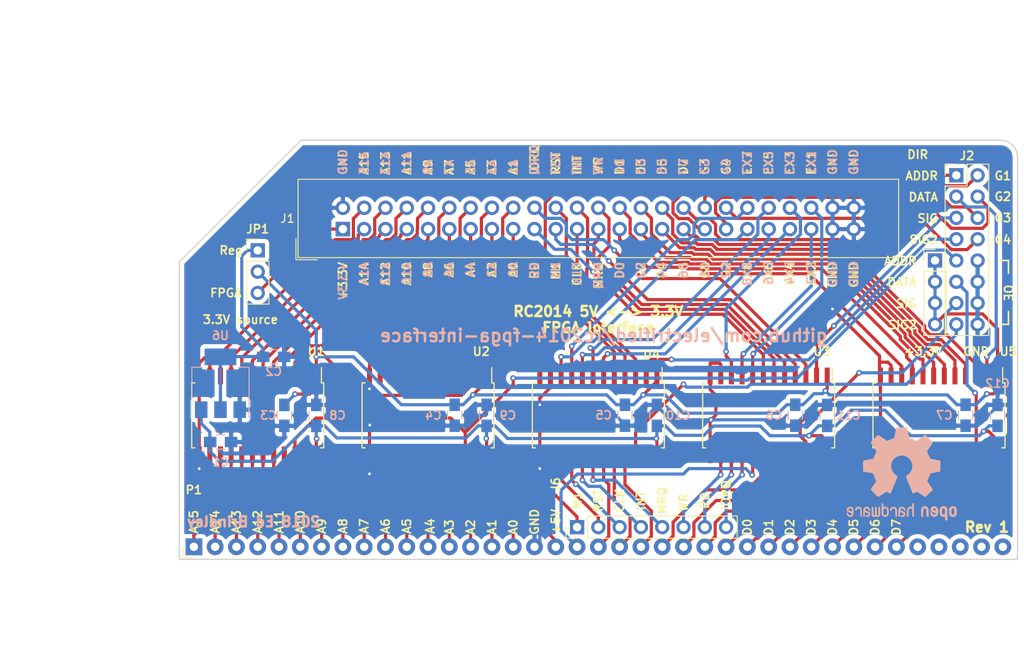
<source format=kicad_pcb>
(kicad_pcb (version 4) (host pcbnew 4.0.7)
  (title_block (title "RC2014 FPGA Interface") (date 2018-02-07) (rev 1))
  (layers (0 F.Cu signal) (31 B.Cu signal) (34 B.Paste user) (35 F.Paste user) (36 B.SilkS user) (37 F.SilkS user) (38 B.Mask user) (39 F.Mask user) (44 Edge.Cuts user))
  (net 0 "")
  (net 1 GND)
  (net 2 /A15)
  (net 3 /A14)
  (net 4 /D0)
  (net 5 /D1)
  (net 6 /D2)
  (net 7 /D3)
  (net 8 /D4)
  (net 9 /D5)
  (net 10 /D6)
  (net 11 /D7)
  (net 12 /A1)
  (net 13 /A4)
  (net 14 /A3)
  (net 15 /A2)
  (net 16 /A5)
  (net 17 /A6)
  (net 18 /A7)
  (net 19 //IORQ)
  (net 20 //RD)
  (net 21 //WR)
  (net 22 /A13)
  (net 23 /A12)
  (net 24 /A11)
  (net 25 /A10)
  (net 26 /A9)
  (net 27 /A8)
  (net 28 /A0)
  (net 29 /M1)
  (net 30 /MREQ)
  (net 31 /ADDR_DIR)
  (net 32 /A8LV)
  (net 33 /A9LV)
  (net 34 /A10LV)
  (net 35 /A11LV)
  (net 36 /A12LV)
  (net 37 /A13LV)
  (net 38 /A14LV)
  (net 39 /A15LV)
  (net 40 /A0LV)
  (net 41 /A1LV)
  (net 42 /A2LV)
  (net 43 /A3LV)
  (net 44 /A4LV)
  (net 45 /A5LV)
  (net 46 /A6LV)
  (net 47 /A7LV)
  (net 48 //IORQLV)
  (net 49 //RDLV)
  (net 50 //WRLV)
  (net 51 /MREQLV)
  (net 52 /INTLV)
  (net 53 /CLKLV)
  (net 54 /M1LV)
  (net 55 /DATA_DIR)
  (net 56 /D7LV)
  (net 57 /D6LV)
  (net 58 /D5LV)
  (net 59 /D4LV)
  (net 60 /D3LV)
  (net 61 /D2LV)
  (net 62 /D1LV)
  (net 63 /D0LV)
  (net 64 +3V3)
  (net 65 /ADDR_OE)
  (net 66 /SIG_DIR)
  (net 67 /SIG_OE)
  (net 68 /DATA_OE)
  (net 69 +5V)
  (net 70 /FPGA_VCC)
  (net 71 /GPIO1)
  (net 72 /GPIO2)
  (net 73 /GPIO3)
  (net 74 /GPIO4)
  (net 75 "Net-(C2-Pad1)")
  (net 76 /SIG2_DIR)
  (net 77 /SIG2_OE)
  (net 78 //RESETLV)
  (net 79 /EX1LV)
  (net 80 /EX2LV)
  (net 81 /EX3LV)
  (net 82 /EX4LV)
  (net 83 /EX5LV)
  (net 84 /EX6LV)
  (net 85 /EX7LV)
  (net 86 /EX8LV)
  (net 87 /EX1)
  (net 88 /EX2)
  (net 89 /EX3)
  (net 90 /EX4)
  (net 91 /EX5)
  (net 92 /EX6)
  (net 93 /EX7)
  (net 94 /EX8)
  (net 95 //RESET)
  (net 96 /CLK)
  (net 97 /INT)
  (module Housings_SOIC:SOIC-24W_7.5x15.4mm_Pitch1.27mm (layer F.Cu) (at 151.13 147.32 270)
    (fp_text reference U5 (at -7.62 -8.255 360) (layer F.SilkS) (effects (font (thickness 0.2))))
    (fp_text value SN74LVCC3245A)
    (pad 1 smd rect (at -4.7 -6.985 270) (size 2 0.6) (layers F.Cu F.Paste F.Mask) (net 64 +3V3))
    (pad 2 smd rect (at -4.7 -5.715 270) (size 2 0.6) (layers F.Cu F.Paste F.Mask) (net 55 /DATA_DIR))
    (pad 3 smd rect (at -4.7 -4.445 270) (size 2 0.6) (layers F.Cu F.Paste F.Mask) (net 56 /D7LV))
    (pad 4 smd rect (at -4.7 -3.175 270) (size 2 0.6) (layers F.Cu F.Paste F.Mask) (net 57 /D6LV))
    (pad 5 smd rect (at -4.7 -1.905 270) (size 2 0.6) (layers F.Cu F.Paste F.Mask) (net 58 /D5LV))
    (pad 6 smd rect (at -4.7 -0.635 270) (size 2 0.6) (layers F.Cu F.Paste F.Mask) (net 59 /D4LV))
    (pad 7 smd rect (at -4.7 0.635 270) (size 2 0.6) (layers F.Cu F.Paste F.Mask) (net 60 /D3LV))
    (pad 8 smd rect (at -4.7 1.905 270) (size 2 0.6) (layers F.Cu F.Paste F.Mask) (net 61 /D2LV))
    (pad 9 smd rect (at -4.7 3.175 270) (size 2 0.6) (layers F.Cu F.Paste F.Mask) (net 62 /D1LV))
    (pad 10 smd rect (at -4.7 4.445 270) (size 2 0.6) (layers F.Cu F.Paste F.Mask) (net 63 /D0LV))
    (pad 11 smd rect (at -4.7 5.715 270) (size 2 0.6) (layers F.Cu F.Paste F.Mask) (net 1 GND))
    (pad 12 smd rect (at -4.7 6.985 270) (size 2 0.6) (layers F.Cu F.Paste F.Mask) (net 1 GND))
    (pad 13 smd rect (at 4.7 6.985 270) (size 2 0.6) (layers F.Cu F.Paste F.Mask) (net 1 GND))
    (pad 14 smd rect (at 4.7 5.715 270) (size 2 0.6) (layers F.Cu F.Paste F.Mask) (net 4 /D0))
    (pad 15 smd rect (at 4.7 4.445 270) (size 2 0.6) (layers F.Cu F.Paste F.Mask) (net 5 /D1))
    (pad 16 smd rect (at 4.7 3.175 270) (size 2 0.6) (layers F.Cu F.Paste F.Mask) (net 6 /D2))
    (pad 17 smd rect (at 4.7 1.905 270) (size 2 0.6) (layers F.Cu F.Paste F.Mask) (net 7 /D3))
    (pad 18 smd rect (at 4.7 0.635 270) (size 2 0.6) (layers F.Cu F.Paste F.Mask) (net 8 /D4))
    (pad 19 smd rect (at 4.7 -0.635 270) (size 2 0.6) (layers F.Cu F.Paste F.Mask) (net 9 /D5))
    (pad 20 smd rect (at 4.7 -1.905 270) (size 2 0.6) (layers F.Cu F.Paste F.Mask) (net 10 /D6))
    (pad 21 smd rect (at 4.7 -3.175 270) (size 2 0.6) (layers F.Cu F.Paste F.Mask) (net 11 /D7))
    (pad 22 smd rect (at 4.7 -4.445 270) (size 2 0.6) (layers F.Cu F.Paste F.Mask) (net 68 /DATA_OE))
    (pad 23 smd rect (at 4.7 -5.715 270) (size 2 0.6) (layers F.Cu F.Paste F.Mask))
    (pad 24 smd rect (at 4.7 -6.985 270) (size 2 0.6) (layers F.Cu F.Paste F.Mask) (net 69 +5V))
  )
  (module Housings_SOIC:SOIC-24W_7.5x15.4mm_Pitch1.27mm (layer F.Cu) (at 90.17 147.32 270)
    (fp_text reference U2 (at -7.62 -6.35 360) (layer F.SilkS) (effects (font (thickness 0.2))))
    (fp_text value SN74LVCC3245A)
    (pad 1 smd rect (at -4.7 -6.985 270) (size 2 0.6) (layers F.Cu F.Paste F.Mask) (net 64 +3V3))
    (pad 2 smd rect (at -4.7 -5.715 270) (size 2 0.6) (layers F.Cu F.Paste F.Mask) (net 31 /ADDR_DIR))
    (pad 3 smd rect (at -4.7 -4.445 270) (size 2 0.6) (layers F.Cu F.Paste F.Mask) (net 40 /A0LV))
    (pad 4 smd rect (at -4.7 -3.175 270) (size 2 0.6) (layers F.Cu F.Paste F.Mask) (net 41 /A1LV))
    (pad 5 smd rect (at -4.7 -1.905 270) (size 2 0.6) (layers F.Cu F.Paste F.Mask) (net 42 /A2LV))
    (pad 6 smd rect (at -4.7 -0.635 270) (size 2 0.6) (layers F.Cu F.Paste F.Mask) (net 43 /A3LV))
    (pad 7 smd rect (at -4.7 0.635 270) (size 2 0.6) (layers F.Cu F.Paste F.Mask) (net 44 /A4LV))
    (pad 8 smd rect (at -4.7 1.905 270) (size 2 0.6) (layers F.Cu F.Paste F.Mask) (net 45 /A5LV))
    (pad 9 smd rect (at -4.7 3.175 270) (size 2 0.6) (layers F.Cu F.Paste F.Mask) (net 46 /A6LV))
    (pad 10 smd rect (at -4.7 4.445 270) (size 2 0.6) (layers F.Cu F.Paste F.Mask) (net 47 /A7LV))
    (pad 11 smd rect (at -4.7 5.715 270) (size 2 0.6) (layers F.Cu F.Paste F.Mask) (net 1 GND))
    (pad 12 smd rect (at -4.7 6.985 270) (size 2 0.6) (layers F.Cu F.Paste F.Mask) (net 1 GND))
    (pad 13 smd rect (at 4.7 6.985 270) (size 2 0.6) (layers F.Cu F.Paste F.Mask) (net 1 GND))
    (pad 14 smd rect (at 4.7 5.715 270) (size 2 0.6) (layers F.Cu F.Paste F.Mask) (net 18 /A7))
    (pad 15 smd rect (at 4.7 4.445 270) (size 2 0.6) (layers F.Cu F.Paste F.Mask) (net 17 /A6))
    (pad 16 smd rect (at 4.7 3.175 270) (size 2 0.6) (layers F.Cu F.Paste F.Mask) (net 16 /A5))
    (pad 17 smd rect (at 4.7 1.905 270) (size 2 0.6) (layers F.Cu F.Paste F.Mask) (net 13 /A4))
    (pad 18 smd rect (at 4.7 0.635 270) (size 2 0.6) (layers F.Cu F.Paste F.Mask) (net 14 /A3))
    (pad 19 smd rect (at 4.7 -0.635 270) (size 2 0.6) (layers F.Cu F.Paste F.Mask) (net 15 /A2))
    (pad 20 smd rect (at 4.7 -1.905 270) (size 2 0.6) (layers F.Cu F.Paste F.Mask) (net 12 /A1))
    (pad 21 smd rect (at 4.7 -3.175 270) (size 2 0.6) (layers F.Cu F.Paste F.Mask) (net 28 /A0))
    (pad 22 smd rect (at 4.7 -4.445 270) (size 2 0.6) (layers F.Cu F.Paste F.Mask) (net 65 /ADDR_OE))
    (pad 23 smd rect (at 4.7 -5.715 270) (size 2 0.6) (layers F.Cu F.Paste F.Mask))
    (pad 24 smd rect (at 4.7 -6.985 270) (size 2 0.6) (layers F.Cu F.Paste F.Mask) (net 69 +5V))
  )
  (module Housings_SOIC:SOIC-24W_7.5x15.4mm_Pitch1.27mm (layer F.Cu) (at 130.81 147.32 270)
    (fp_text reference U3 (at -7.62 -6.35 360) (layer F.SilkS) (effects (font (thickness 0.2))))
    (fp_text value SN74LVCC3245A)
    (pad 1 smd rect (at -4.7 -6.985 270) (size 2 0.6) (layers F.Cu F.Paste F.Mask) (net 64 +3V3))
    (pad 2 smd rect (at -4.7 -5.715 270) (size 2 0.6) (layers F.Cu F.Paste F.Mask) (net 66 /SIG_DIR))
    (pad 3 smd rect (at -4.7 -4.445 270) (size 2 0.6) (layers F.Cu F.Paste F.Mask) (net 48 //IORQLV))
    (pad 4 smd rect (at -4.7 -3.175 270) (size 2 0.6) (layers F.Cu F.Paste F.Mask) (net 49 //RDLV))
    (pad 5 smd rect (at -4.7 -1.905 270) (size 2 0.6) (layers F.Cu F.Paste F.Mask) (net 50 //WRLV))
    (pad 6 smd rect (at -4.7 -0.635 270) (size 2 0.6) (layers F.Cu F.Paste F.Mask) (net 51 /MREQLV))
    (pad 7 smd rect (at -4.7 0.635 270) (size 2 0.6) (layers F.Cu F.Paste F.Mask) (net 54 /M1LV))
    (pad 8 smd rect (at -4.7 1.905 270) (size 2 0.6) (layers F.Cu F.Paste F.Mask) (net 79 /EX1LV))
    (pad 9 smd rect (at -4.7 3.175 270) (size 2 0.6) (layers F.Cu F.Paste F.Mask) (net 80 /EX2LV))
    (pad 10 smd rect (at -4.7 4.445 270) (size 2 0.6) (layers F.Cu F.Paste F.Mask) (net 81 /EX3LV))
    (pad 11 smd rect (at -4.7 5.715 270) (size 2 0.6) (layers F.Cu F.Paste F.Mask) (net 1 GND))
    (pad 12 smd rect (at -4.7 6.985 270) (size 2 0.6) (layers F.Cu F.Paste F.Mask) (net 1 GND))
    (pad 13 smd rect (at 4.7 6.985 270) (size 2 0.6) (layers F.Cu F.Paste F.Mask) (net 1 GND))
    (pad 14 smd rect (at 4.7 5.715 270) (size 2 0.6) (layers F.Cu F.Paste F.Mask) (net 89 /EX3))
    (pad 15 smd rect (at 4.7 4.445 270) (size 2 0.6) (layers F.Cu F.Paste F.Mask) (net 88 /EX2))
    (pad 16 smd rect (at 4.7 3.175 270) (size 2 0.6) (layers F.Cu F.Paste F.Mask) (net 87 /EX1))
    (pad 17 smd rect (at 4.7 1.905 270) (size 2 0.6) (layers F.Cu F.Paste F.Mask) (net 29 /M1))
    (pad 18 smd rect (at 4.7 0.635 270) (size 2 0.6) (layers F.Cu F.Paste F.Mask) (net 30 /MREQ))
    (pad 19 smd rect (at 4.7 -0.635 270) (size 2 0.6) (layers F.Cu F.Paste F.Mask) (net 21 //WR))
    (pad 20 smd rect (at 4.7 -1.905 270) (size 2 0.6) (layers F.Cu F.Paste F.Mask) (net 20 //RD))
    (pad 21 smd rect (at 4.7 -3.175 270) (size 2 0.6) (layers F.Cu F.Paste F.Mask) (net 19 //IORQ))
    (pad 22 smd rect (at 4.7 -4.445 270) (size 2 0.6) (layers F.Cu F.Paste F.Mask) (net 67 /SIG_OE))
    (pad 23 smd rect (at 4.7 -5.715 270) (size 2 0.6) (layers F.Cu F.Paste F.Mask))
    (pad 24 smd rect (at 4.7 -6.985 270) (size 2 0.6) (layers F.Cu F.Paste F.Mask) (net 69 +5V))
  )
  (module Housings_SOIC:SOIC-24W_7.5x15.4mm_Pitch1.27mm (layer F.Cu) (at 110.49 147.32 270)
    (fp_text reference U4 (at -7.24 -6.35 360) (layer F.SilkS) (effects (font (thickness 0.2))))
    (fp_text value SN74LVCC3245A)
    (pad 1 smd rect (at -4.7 -6.985 270) (size 2 0.6) (layers F.Cu F.Paste F.Mask) (net 64 +3V3))
    (pad 2 smd rect (at -4.7 -5.715 270) (size 2 0.6) (layers F.Cu F.Paste F.Mask) (net 76 /SIG2_DIR))
    (pad 3 smd rect (at -4.7 -4.445 270) (size 2 0.6) (layers F.Cu F.Paste F.Mask) (net 52 /INTLV))
    (pad 4 smd rect (at -4.7 -3.175 270) (size 2 0.6) (layers F.Cu F.Paste F.Mask) (net 53 /CLKLV))
    (pad 5 smd rect (at -4.7 -1.905 270) (size 2 0.6) (layers F.Cu F.Paste F.Mask) (net 78 //RESETLV))
    (pad 6 smd rect (at -4.7 -0.635 270) (size 2 0.6) (layers F.Cu F.Paste F.Mask) (net 82 /EX4LV))
    (pad 7 smd rect (at -4.7 0.635 270) (size 2 0.6) (layers F.Cu F.Paste F.Mask) (net 83 /EX5LV))
    (pad 8 smd rect (at -4.7 1.905 270) (size 2 0.6) (layers F.Cu F.Paste F.Mask) (net 84 /EX6LV))
    (pad 9 smd rect (at -4.7 3.175 270) (size 2 0.6) (layers F.Cu F.Paste F.Mask) (net 85 /EX7LV))
    (pad 10 smd rect (at -4.7 4.445 270) (size 2 0.6) (layers F.Cu F.Paste F.Mask) (net 86 /EX8LV))
    (pad 11 smd rect (at -4.7 5.715 270) (size 2 0.6) (layers F.Cu F.Paste F.Mask) (net 1 GND))
    (pad 12 smd rect (at -4.7 6.985 270) (size 2 0.6) (layers F.Cu F.Paste F.Mask) (net 1 GND))
    (pad 13 smd rect (at 4.7 6.985 270) (size 2 0.6) (layers F.Cu F.Paste F.Mask) (net 1 GND))
    (pad 14 smd rect (at 4.7 5.715 270) (size 2 0.6) (layers F.Cu F.Paste F.Mask) (net 94 /EX8))
    (pad 15 smd rect (at 4.7 4.445 270) (size 2 0.6) (layers F.Cu F.Paste F.Mask) (net 93 /EX7))
    (pad 16 smd rect (at 4.7 3.175 270) (size 2 0.6) (layers F.Cu F.Paste F.Mask) (net 92 /EX6))
    (pad 17 smd rect (at 4.7 1.905 270) (size 2 0.6) (layers F.Cu F.Paste F.Mask) (net 91 /EX5))
    (pad 18 smd rect (at 4.7 0.635 270) (size 2 0.6) (layers F.Cu F.Paste F.Mask) (net 90 /EX4))
    (pad 19 smd rect (at 4.7 -0.635 270) (size 2 0.6) (layers F.Cu F.Paste F.Mask) (net 95 //RESET))
    (pad 20 smd rect (at 4.7 -1.905 270) (size 2 0.6) (layers F.Cu F.Paste F.Mask) (net 96 /CLK))
    (pad 21 smd rect (at 4.7 -3.175 270) (size 2 0.6) (layers F.Cu F.Paste F.Mask) (net 97 /INT))
    (pad 22 smd rect (at 4.7 -4.445 270) (size 2 0.6) (layers F.Cu F.Paste F.Mask) (net 77 /SIG2_OE))
    (pad 23 smd rect (at 4.7 -5.715 270) (size 2 0.6) (layers F.Cu F.Paste F.Mask))
    (pad 24 smd rect (at 4.7 -6.985 270) (size 2 0.6) (layers F.Cu F.Paste F.Mask) (net 69 +5V))
  )
  (module rc2014:Pin_Header_Straight_1x39_Pitch2.54mm_NoSilk (layer F.Cu) (at 62.23 163 90)
    (fp_text reference P1 (at 6.79 0 180) (layer F.SilkS) (effects (font (thickness 0.2))))
    (fp_text value "RC2014 BUS")
    (pad 1 thru_hole rect (at 0 0 90) (size 2 2) (drill 1) (layers *.Cu *.Mask) (net 2 /A15))
    (pad 2 thru_hole oval (at 0 2.54 90) (size 2 2) (drill 1) (layers *.Cu *.Mask) (net 3 /A14))
    (pad 3 thru_hole oval (at 0 5.08 90) (size 2 2) (drill 1) (layers *.Cu *.Mask) (net 22 /A13))
    (pad 4 thru_hole oval (at 0 7.62 90) (size 2 2) (drill 1) (layers *.Cu *.Mask) (net 23 /A12))
    (pad 5 thru_hole oval (at 0 10.16 90) (size 2 2) (drill 1) (layers *.Cu *.Mask) (net 24 /A11))
    (pad 6 thru_hole oval (at 0 12.7 90) (size 2 2) (drill 1) (layers *.Cu *.Mask) (net 25 /A10))
    (pad 7 thru_hole oval (at 0 15.24 90) (size 2 2) (drill 1) (layers *.Cu *.Mask) (net 26 /A9))
    (pad 8 thru_hole oval (at 0 17.78 90) (size 2 2) (drill 1) (layers *.Cu *.Mask) (net 27 /A8))
    (pad 9 thru_hole oval (at 0 20.32 90) (size 2 2) (drill 1) (layers *.Cu *.Mask) (net 18 /A7))
    (pad 10 thru_hole oval (at 0 22.86 90) (size 2 2) (drill 1) (layers *.Cu *.Mask) (net 17 /A6))
    (pad 11 thru_hole oval (at 0 25.4 90) (size 2 2) (drill 1) (layers *.Cu *.Mask) (net 16 /A5))
    (pad 12 thru_hole oval (at 0 27.94 90) (size 2 2) (drill 1) (layers *.Cu *.Mask) (net 13 /A4))
    (pad 13 thru_hole oval (at 0 30.48 90) (size 2 2) (drill 1) (layers *.Cu *.Mask) (net 14 /A3))
    (pad 14 thru_hole oval (at 0 33.02 90) (size 2 2) (drill 1) (layers *.Cu *.Mask) (net 15 /A2))
    (pad 15 thru_hole oval (at 0 35.56 90) (size 2 2) (drill 1) (layers *.Cu *.Mask) (net 12 /A1))
    (pad 16 thru_hole oval (at 0 38.1 90) (size 2 2) (drill 1) (layers *.Cu *.Mask) (net 28 /A0))
    (pad 17 thru_hole oval (at 0 40.64 90) (size 2 2) (drill 1) (layers *.Cu *.Mask) (net 1 GND))
    (pad 18 thru_hole oval (at 0 43.18 90) (size 2 2) (drill 1) (layers *.Cu *.Mask) (net 69 +5V))
    (pad 19 thru_hole oval (at 0 45.72 90) (size 2 2) (drill 1) (layers *.Cu *.Mask) (net 29 /M1))
    (pad 20 thru_hole oval (at 0 48.26 90) (size 2 2) (drill 1) (layers *.Cu *.Mask) (net 95 //RESET))
    (pad 21 thru_hole oval (at 0 50.8 90) (size 2 2) (drill 1) (layers *.Cu *.Mask) (net 96 /CLK))
    (pad 22 thru_hole oval (at 0 53.34 90) (size 2 2) (drill 1) (layers *.Cu *.Mask) (net 97 /INT))
    (pad 23 thru_hole oval (at 0 55.88 90) (size 2 2) (drill 1) (layers *.Cu *.Mask) (net 30 /MREQ))
    (pad 24 thru_hole oval (at 0 58.42 90) (size 2 2) (drill 1) (layers *.Cu *.Mask) (net 21 //WR))
    (pad 25 thru_hole oval (at 0 60.96 90) (size 2 2) (drill 1) (layers *.Cu *.Mask) (net 20 //RD))
    (pad 26 thru_hole oval (at 0 63.5 90) (size 2 2) (drill 1) (layers *.Cu *.Mask) (net 19 //IORQ))
    (pad 27 thru_hole oval (at 0 66.04 90) (size 2 2) (drill 1) (layers *.Cu *.Mask) (net 4 /D0))
    (pad 28 thru_hole oval (at 0 68.58 90) (size 2 2) (drill 1) (layers *.Cu *.Mask) (net 5 /D1))
    (pad 29 thru_hole oval (at 0 71.12 90) (size 2 2) (drill 1) (layers *.Cu *.Mask) (net 6 /D2))
    (pad 30 thru_hole oval (at 0 73.66 90) (size 2 2) (drill 1) (layers *.Cu *.Mask) (net 7 /D3))
    (pad 31 thru_hole oval (at 0 76.2 90) (size 2 2) (drill 1) (layers *.Cu *.Mask) (net 8 /D4))
    (pad 32 thru_hole oval (at 0 78.74 90) (size 2 2) (drill 1) (layers *.Cu *.Mask) (net 9 /D5))
    (pad 33 thru_hole oval (at 0 81.28 90) (size 2 2) (drill 1) (layers *.Cu *.Mask) (net 10 /D6))
    (pad 34 thru_hole oval (at 0 83.82 90) (size 2 2) (drill 1) (layers *.Cu *.Mask) (net 11 /D7))
    (pad 35 thru_hole oval (at 0 86.36 90) (size 2 2) (drill 1) (layers *.Cu *.Mask))
    (pad 36 thru_hole oval (at 0 88.9 90) (size 2 2) (drill 1) (layers *.Cu *.Mask))
    (pad 37 thru_hole oval (at 0 91.44 90) (size 2 2) (drill 1) (layers *.Cu *.Mask))
    (pad 38 thru_hole oval (at 0 93.98 90) (size 2 2) (drill 1) (layers *.Cu *.Mask))
    (pad 39 thru_hole oval (at 0 96.52 90) (size 2 2) (drill 1) (layers *.Cu *.Mask))
  )
  (module Housings_SOIC:SOIC-24W_7.5x15.4mm_Pitch1.27mm (layer F.Cu) (at 69.85 147.32 270)
    (fp_text reference U1 (at -7.62 -6.985 360) (layer F.SilkS) (effects (font (thickness 0.2))))
    (fp_text value SN74LVCC3245A)
    (pad 1 smd rect (at -4.7 -6.985 270) (size 2 0.6) (layers F.Cu F.Paste F.Mask) (net 64 +3V3))
    (pad 2 smd rect (at -4.7 -5.715 270) (size 2 0.6) (layers F.Cu F.Paste F.Mask) (net 31 /ADDR_DIR))
    (pad 3 smd rect (at -4.7 -4.445 270) (size 2 0.6) (layers F.Cu F.Paste F.Mask) (net 32 /A8LV))
    (pad 4 smd rect (at -4.7 -3.175 270) (size 2 0.6) (layers F.Cu F.Paste F.Mask) (net 33 /A9LV))
    (pad 5 smd rect (at -4.7 -1.905 270) (size 2 0.6) (layers F.Cu F.Paste F.Mask) (net 34 /A10LV))
    (pad 6 smd rect (at -4.7 -0.635 270) (size 2 0.6) (layers F.Cu F.Paste F.Mask) (net 35 /A11LV))
    (pad 7 smd rect (at -4.7 0.635 270) (size 2 0.6) (layers F.Cu F.Paste F.Mask) (net 36 /A12LV))
    (pad 8 smd rect (at -4.7 1.905 270) (size 2 0.6) (layers F.Cu F.Paste F.Mask) (net 37 /A13LV))
    (pad 9 smd rect (at -4.7 3.175 270) (size 2 0.6) (layers F.Cu F.Paste F.Mask) (net 38 /A14LV))
    (pad 10 smd rect (at -4.7 4.445 270) (size 2 0.6) (layers F.Cu F.Paste F.Mask) (net 39 /A15LV))
    (pad 11 smd rect (at -4.7 5.715 270) (size 2 0.6) (layers F.Cu F.Paste F.Mask) (net 1 GND))
    (pad 12 smd rect (at -4.7 6.985 270) (size 2 0.6) (layers F.Cu F.Paste F.Mask) (net 1 GND))
    (pad 13 smd rect (at 4.7 6.985 270) (size 2 0.6) (layers F.Cu F.Paste F.Mask) (net 1 GND))
    (pad 14 smd rect (at 4.7 5.715 270) (size 2 0.6) (layers F.Cu F.Paste F.Mask) (net 2 /A15))
    (pad 15 smd rect (at 4.7 4.445 270) (size 2 0.6) (layers F.Cu F.Paste F.Mask) (net 3 /A14))
    (pad 16 smd rect (at 4.7 3.175 270) (size 2 0.6) (layers F.Cu F.Paste F.Mask) (net 22 /A13))
    (pad 17 smd rect (at 4.7 1.905 270) (size 2 0.6) (layers F.Cu F.Paste F.Mask) (net 23 /A12))
    (pad 18 smd rect (at 4.7 0.635 270) (size 2 0.6) (layers F.Cu F.Paste F.Mask) (net 24 /A11))
    (pad 19 smd rect (at 4.7 -0.635 270) (size 2 0.6) (layers F.Cu F.Paste F.Mask) (net 25 /A10))
    (pad 20 smd rect (at 4.7 -1.905 270) (size 2 0.6) (layers F.Cu F.Paste F.Mask) (net 26 /A9))
    (pad 21 smd rect (at 4.7 -3.175 270) (size 2 0.6) (layers F.Cu F.Paste F.Mask) (net 27 /A8))
    (pad 22 smd rect (at 4.7 -4.445 270) (size 2 0.6) (layers F.Cu F.Paste F.Mask) (net 65 /ADDR_OE))
    (pad 23 smd rect (at 4.7 -5.715 270) (size 2 0.6) (layers F.Cu F.Paste F.Mask))
    (pad 24 smd rect (at 4.7 -6.985 270) (size 2 0.6) (layers F.Cu F.Paste F.Mask) (net 69 +5V))
  )
  (module Capacitors_SMD:C_0805_HandSoldering (layer B.Cu) (at 65.425 150.495)
    (fp_text reference C1 (at 0 2.395) (layer B.SilkS) (effects (font (thickness 0.2)) (justify mirror)))
    (fp_text value CP_Small)
    (pad 1 smd rect (at -1.25 0) (size 1.5 1.25) (layers B.Cu B.Paste B.Mask) (net 69 +5V))
    (pad 2 smd rect (at 1.25 0) (size 1.5 1.25) (layers B.Cu B.Paste B.Mask) (net 1 GND))
  )
  (module Capacitors_SMD:C_0805_HandSoldering (layer B.Cu) (at 71.755 140.335)
    (fp_text reference C2 (at 0 1.75) (layer B.SilkS) (effects (font (thickness 0.2)) (justify mirror)))
    (fp_text value CP_Small)
    (pad 1 smd rect (at -1.25 0) (size 1.5 1.25) (layers B.Cu B.Paste B.Mask) (net 75 "Net-(C2-Pad1)"))
    (pad 2 smd rect (at 1.25 0) (size 1.5 1.25) (layers B.Cu B.Paste B.Mask) (net 1 GND))
  )
  (module Capacitors_SMD:C_0805_HandSoldering (layer B.Cu) (at 73.025 147.32 270)
    (fp_text reference C3 (at 0 1.905 360) (layer B.SilkS) (effects (font (thickness 0.2)) (justify mirror)))
    (fp_text value C)
    (pad 1 smd rect (at -1.25 0 270) (size 1.5 1.25) (layers B.Cu B.Paste B.Mask) (net 64 +3V3))
    (pad 2 smd rect (at 1.25 0 270) (size 1.5 1.25) (layers B.Cu B.Paste B.Mask) (net 1 GND))
  )
  (module Capacitors_SMD:C_0805_HandSoldering (layer B.Cu) (at 93.345 147.3 270)
    (fp_text reference C4 (at 0.02 2.54 360) (layer B.SilkS) (effects (font (thickness 0.2)) (justify mirror)))
    (fp_text value C)
    (pad 1 smd rect (at -1.25 0 270) (size 1.5 1.25) (layers B.Cu B.Paste B.Mask) (net 64 +3V3))
    (pad 2 smd rect (at 1.25 0 270) (size 1.5 1.25) (layers B.Cu B.Paste B.Mask) (net 1 GND))
  )
  (module Capacitors_SMD:C_0805_HandSoldering (layer B.Cu) (at 113.665 147.3 270)
    (fp_text reference C5 (at 0 2.54 360) (layer B.SilkS) (effects (font (thickness 0.2)) (justify mirror)))
    (fp_text value C)
    (pad 1 smd rect (at -1.25 0 270) (size 1.5 1.25) (layers B.Cu B.Paste B.Mask) (net 64 +3V3))
    (pad 2 smd rect (at 1.25 0 270) (size 1.5 1.25) (layers B.Cu B.Paste B.Mask) (net 1 GND))
  )
  (module Capacitors_SMD:C_0805_HandSoldering (layer B.Cu) (at 133.985 147.3 270)
    (fp_text reference C6 (at 0 2.54 360) (layer B.SilkS) (effects (font (thickness 0.2)) (justify mirror)))
    (fp_text value C)
    (pad 1 smd rect (at -1.25 0 270) (size 1.5 1.25) (layers B.Cu B.Paste B.Mask) (net 64 +3V3))
    (pad 2 smd rect (at 1.25 0 270) (size 1.5 1.25) (layers B.Cu B.Paste B.Mask) (net 1 GND))
  )
  (module Pin_Headers:Pin_Header_Straight_1x03_Pitch2.54mm (layer F.Cu) (at 69.85 127.635)
    (fp_text reference JP1 (at 0 -2.54 180) (layer F.SilkS) (effects (font (thickness 0.2))))
    (fp_text value "Ext Power")
    (pad 1 thru_hole rect (at 0 0) (size 1.7 1.7) (drill 1) (layers *.Cu *.Mask) (net 75 "Net-(C2-Pad1)"))
    (pad 2 thru_hole oval (at 0 2.54) (size 1.7 1.7) (drill 1) (layers *.Cu *.Mask) (net 64 +3V3))
    (pad 3 thru_hole oval (at 0 5.08) (size 1.7 1.7) (drill 1) (layers *.Cu *.Mask) (net 70 /FPGA_VCC))
  )
  (module Capacitors_SMD:C_0805_HandSoldering (layer B.Cu) (at 154.305 147.3 270)
    (fp_text reference C7 (at 0 2.54 360) (layer B.SilkS) (effects (font (thickness 0.2)) (justify mirror)))
    (fp_text value C)
    (pad 1 smd rect (at -1.25 0 270) (size 1.5 1.25) (layers B.Cu B.Paste B.Mask) (net 64 +3V3))
    (pad 2 smd rect (at 1.25 0 270) (size 1.5 1.25) (layers B.Cu B.Paste B.Mask) (net 1 GND))
  )
  (module TO_SOT_Packages_SMD:SOT-223-3_TabPin2 (layer B.Cu) (at 65.405 143.485 90)
    (fp_text reference U6 (at 5.69 0 180) (layer B.SilkS) (effects (font (thickness 0.2)) (justify mirror)))
    (fp_text value LM1117-3.3)
    (pad 2 smd rect (at 3.15 0 90) (size 2 3.8) (layers B.Cu B.Paste B.Mask) (net 75 "Net-(C2-Pad1)"))
    (pad 2 smd rect (at -3.15 0 90) (size 2 1.5) (layers B.Cu B.Paste B.Mask) (net 75 "Net-(C2-Pad1)"))
    (pad 3 smd rect (at -3.15 -2.3 90) (size 2 1.5) (layers B.Cu B.Paste B.Mask) (net 69 +5V))
    (pad 1 smd rect (at -3.15 2.3 90) (size 2 1.5) (layers B.Cu B.Paste B.Mask) (net 1 GND))
  )
  (module Capacitors_SMD:C_0805_HandSoldering (layer B.Cu) (at 76.835 147.32 90)
    (fp_text reference C8 (at 0 2.54 180) (layer B.SilkS) (effects (font (thickness 0.2)) (justify mirror)))
    (fp_text value C)
    (pad 1 smd rect (at -1.25 0 90) (size 1.5 1.25) (layers B.Cu B.Paste B.Mask) (net 69 +5V))
    (pad 2 smd rect (at 1.25 0 90) (size 1.5 1.25) (layers B.Cu B.Paste B.Mask) (net 1 GND))
  )
  (module Capacitors_SMD:C_0805_HandSoldering (layer B.Cu) (at 97.155 147.32 90)
    (fp_text reference C9 (at 0 2.54 180) (layer B.SilkS) (effects (font (thickness 0.2)) (justify mirror)))
    (fp_text value C)
    (pad 1 smd rect (at -1.25 0 90) (size 1.5 1.25) (layers B.Cu B.Paste B.Mask) (net 69 +5V))
    (pad 2 smd rect (at 1.25 0 90) (size 1.5 1.25) (layers B.Cu B.Paste B.Mask) (net 1 GND))
  )
  (module Capacitors_SMD:C_0805_HandSoldering (layer B.Cu) (at 117.475 147.32 90)
    (fp_text reference C10 (at 0 2.54 180) (layer B.SilkS) (effects (font (thickness 0.2)) (justify mirror)))
    (fp_text value C)
    (pad 1 smd rect (at -1.25 0 90) (size 1.5 1.25) (layers B.Cu B.Paste B.Mask) (net 69 +5V))
    (pad 2 smd rect (at 1.25 0 90) (size 1.5 1.25) (layers B.Cu B.Paste B.Mask) (net 1 GND))
  )
  (module Capacitors_SMD:C_0805_HandSoldering (layer B.Cu) (at 137.795 147.32 90)
    (fp_text reference C11 (at 0 2.54 180) (layer B.SilkS) (effects (font (thickness 0.2)) (justify mirror)))
    (fp_text value C)
    (pad 1 smd rect (at -1.25 0 90) (size 1.5 1.25) (layers B.Cu B.Paste B.Mask) (net 69 +5V))
    (pad 2 smd rect (at 1.25 0 90) (size 1.5 1.25) (layers B.Cu B.Paste B.Mask) (net 1 GND))
  )
  (module Capacitors_SMD:C_0805_HandSoldering (layer B.Cu) (at 158.115 147.32 90)
    (fp_text reference C12 (at 3.81 0 180) (layer B.SilkS) (effects (font (thickness 0.2)) (justify mirror)))
    (fp_text value C)
    (pad 1 smd rect (at -1.25 0 90) (size 1.5 1.25) (layers B.Cu B.Paste B.Mask) (net 69 +5V))
    (pad 2 smd rect (at 1.25 0 90) (size 1.5 1.25) (layers B.Cu B.Paste B.Mask) (net 1 GND))
  )
  (module Pin_Headers:Pin_Header_Straight_1x04_Pitch2.54mm (layer F.Cu) (at 150.657997 128.838609)
    (fp_text reference J3 hide)
    (fp_text value Conn_01x05)
    (pad 1 thru_hole rect (at 0 0) (size 1.7 1.7) (drill 1) (layers *.Cu *.Mask) (net 64 +3V3))
    (pad 2 thru_hole oval (at 0 2.54) (size 1.7 1.7) (drill 1) (layers *.Cu *.Mask) (net 64 +3V3))
    (pad 3 thru_hole oval (at 0 5.08) (size 1.7 1.7) (drill 1) (layers *.Cu *.Mask) (net 64 +3V3))
    (pad 4 thru_hole oval (at 0 7.62) (size 1.7 1.7) (drill 1) (layers *.Cu *.Mask) (net 64 +3V3))
  )
  (module Pin_Headers:Pin_Header_Straight_2x08_Pitch2.54mm (layer F.Cu) (at 153.197997 118.678609)
    (fp_text reference J2 (at 1.27 -2.33 180) (layer F.SilkS) (effects (font (thickness 0.2))))
    (fp_text value Config)
    (pad 1 thru_hole rect (at 0 0) (size 1.7 1.7) (drill 1) (layers *.Cu *.Mask) (net 31 /ADDR_DIR))
    (pad 2 thru_hole oval (at 2.54 0) (size 1.7 1.7) (drill 1) (layers *.Cu *.Mask) (net 71 /GPIO1))
    (pad 3 thru_hole oval (at 0 2.54) (size 1.7 1.7) (drill 1) (layers *.Cu *.Mask) (net 55 /DATA_DIR))
    (pad 4 thru_hole oval (at 2.54 2.54) (size 1.7 1.7) (drill 1) (layers *.Cu *.Mask) (net 72 /GPIO2))
    (pad 5 thru_hole oval (at 0 5.08) (size 1.7 1.7) (drill 1) (layers *.Cu *.Mask) (net 66 /SIG_DIR))
    (pad 6 thru_hole oval (at 2.54 5.08) (size 1.7 1.7) (drill 1) (layers *.Cu *.Mask) (net 73 /GPIO3))
    (pad 7 thru_hole oval (at 0 7.62) (size 1.7 1.7) (drill 1) (layers *.Cu *.Mask) (net 76 /SIG2_DIR))
    (pad 8 thru_hole oval (at 2.54 7.62) (size 1.7 1.7) (drill 1) (layers *.Cu *.Mask) (net 74 /GPIO4))
    (pad 9 thru_hole oval (at 0 10.16) (size 1.7 1.7) (drill 1) (layers *.Cu *.Mask) (net 65 /ADDR_OE))
    (pad 10 thru_hole oval (at 2.54 10.16) (size 1.7 1.7) (drill 1) (layers *.Cu *.Mask) (net 1 GND))
    (pad 11 thru_hole oval (at 0 12.7) (size 1.7 1.7) (drill 1) (layers *.Cu *.Mask) (net 68 /DATA_OE))
    (pad 12 thru_hole oval (at 2.54 12.7) (size 1.7 1.7) (drill 1) (layers *.Cu *.Mask) (net 1 GND))
    (pad 13 thru_hole oval (at 0 15.24) (size 1.7 1.7) (drill 1) (layers *.Cu *.Mask) (net 67 /SIG_OE))
    (pad 14 thru_hole oval (at 2.54 15.24) (size 1.7 1.7) (drill 1) (layers *.Cu *.Mask) (net 1 GND))
    (pad 15 thru_hole oval (at 0 17.78) (size 1.7 1.7) (drill 1) (layers *.Cu *.Mask) (net 77 /SIG2_OE))
    (pad 16 thru_hole oval (at 2.54 17.78) (size 1.7 1.7) (drill 1) (layers *.Cu *.Mask) (net 1 GND))
  )
  (module Pin_Headers:Pin_Header_Straight_1x08_Pitch2.54mm (layer F.Cu) (at 107.95 160.655 90)
    (fp_text reference J6 (at 5.08 -2.54 90) (layer F.SilkS) (effects (font (thickness 0.2))))
    (fp_text value Extra)
    (pad 1 thru_hole rect (at 0 0 90) (size 1.7 1.7) (drill 1) (layers *.Cu *.Mask) (net 94 /EX8))
    (pad 2 thru_hole oval (at 0 2.54 90) (size 1.7 1.7) (drill 1) (layers *.Cu *.Mask) (net 93 /EX7))
    (pad 3 thru_hole oval (at 0 5.08 90) (size 1.7 1.7) (drill 1) (layers *.Cu *.Mask) (net 92 /EX6))
    (pad 4 thru_hole oval (at 0 7.62 90) (size 1.7 1.7) (drill 1) (layers *.Cu *.Mask) (net 91 /EX5))
    (pad 5 thru_hole oval (at 0 10.16 90) (size 1.7 1.7) (drill 1) (layers *.Cu *.Mask) (net 90 /EX4))
    (pad 6 thru_hole oval (at 0 12.7 90) (size 1.7 1.7) (drill 1) (layers *.Cu *.Mask) (net 89 /EX3))
    (pad 7 thru_hole oval (at 0 15.24 90) (size 1.7 1.7) (drill 1) (layers *.Cu *.Mask) (net 88 /EX2))
    (pad 8 thru_hole oval (at 0 17.78 90) (size 1.7 1.7) (drill 1) (layers *.Cu *.Mask) (net 87 /EX1))
  )
  (module Connectors_IDC:IDC-Header_2x25_Pitch2.54mm_Straight (layer F.Cu) (at 80.01 125.095 90)
    (fp_text reference J1 (at 1.27 -6.604 180) (layer F.SilkS))
    (fp_text value "FPGA connection")
    (pad 1 thru_hole rect (at 0 0 90) (size 1.7272 1.7272) (drill 1.016) (layers *.Cu *.Mask) (net 70 /FPGA_VCC))
    (pad 2 thru_hole oval (at 2.54 0 90) (size 1.7272 1.7272) (drill 1.016) (layers *.Cu *.Mask) (net 1 GND))
    (pad 3 thru_hole oval (at 0 2.54 90) (size 1.7272 1.7272) (drill 1.016) (layers *.Cu *.Mask) (net 38 /A14LV))
    (pad 4 thru_hole oval (at 2.54 2.54 90) (size 1.7272 1.7272) (drill 1.016) (layers *.Cu *.Mask) (net 39 /A15LV))
    (pad 5 thru_hole oval (at 0 5.08 90) (size 1.7272 1.7272) (drill 1.016) (layers *.Cu *.Mask) (net 36 /A12LV))
    (pad 6 thru_hole oval (at 2.54 5.08 90) (size 1.7272 1.7272) (drill 1.016) (layers *.Cu *.Mask) (net 37 /A13LV))
    (pad 7 thru_hole oval (at 0 7.62 90) (size 1.7272 1.7272) (drill 1.016) (layers *.Cu *.Mask) (net 34 /A10LV))
    (pad 8 thru_hole oval (at 2.54 7.62 90) (size 1.7272 1.7272) (drill 1.016) (layers *.Cu *.Mask) (net 35 /A11LV))
    (pad 9 thru_hole oval (at 0 10.16 90) (size 1.7272 1.7272) (drill 1.016) (layers *.Cu *.Mask) (net 32 /A8LV))
    (pad 10 thru_hole oval (at 2.54 10.16 90) (size 1.7272 1.7272) (drill 1.016) (layers *.Cu *.Mask) (net 33 /A9LV))
    (pad 11 thru_hole oval (at 0 12.7 90) (size 1.7272 1.7272) (drill 1.016) (layers *.Cu *.Mask) (net 46 /A6LV))
    (pad 12 thru_hole oval (at 2.54 12.7 90) (size 1.7272 1.7272) (drill 1.016) (layers *.Cu *.Mask) (net 47 /A7LV))
    (pad 13 thru_hole oval (at 0 15.24 90) (size 1.7272 1.7272) (drill 1.016) (layers *.Cu *.Mask) (net 44 /A4LV))
    (pad 14 thru_hole oval (at 2.54 15.24 90) (size 1.7272 1.7272) (drill 1.016) (layers *.Cu *.Mask) (net 45 /A5LV))
    (pad 15 thru_hole oval (at 0 17.78 90) (size 1.7272 1.7272) (drill 1.016) (layers *.Cu *.Mask) (net 42 /A2LV))
    (pad 16 thru_hole oval (at 2.54 17.78 90) (size 1.7272 1.7272) (drill 1.016) (layers *.Cu *.Mask) (net 43 /A3LV))
    (pad 17 thru_hole oval (at 0 20.32 90) (size 1.7272 1.7272) (drill 1.016) (layers *.Cu *.Mask) (net 40 /A0LV))
    (pad 18 thru_hole oval (at 2.54 20.32 90) (size 1.7272 1.7272) (drill 1.016) (layers *.Cu *.Mask) (net 41 /A1LV))
    (pad 19 thru_hole oval (at 0 22.86 90) (size 1.7272 1.7272) (drill 1.016) (layers *.Cu *.Mask) (net 54 /M1LV))
    (pad 20 thru_hole oval (at 2.54 22.86 90) (size 1.7272 1.7272) (drill 1.016) (layers *.Cu *.Mask) (net 48 //IORQLV))
    (pad 21 thru_hole oval (at 0 25.4 90) (size 1.7272 1.7272) (drill 1.016) (layers *.Cu *.Mask) (net 49 //RDLV))
    (pad 22 thru_hole oval (at 2.54 25.4 90) (size 1.7272 1.7272) (drill 1.016) (layers *.Cu *.Mask) (net 78 //RESETLV))
    (pad 23 thru_hole oval (at 0 27.94 90) (size 1.7272 1.7272) (drill 1.016) (layers *.Cu *.Mask) (net 53 /CLKLV))
    (pad 24 thru_hole oval (at 2.54 27.94 90) (size 1.7272 1.7272) (drill 1.016) (layers *.Cu *.Mask) (net 52 /INTLV))
    (pad 25 thru_hole oval (at 0 30.48 90) (size 1.7272 1.7272) (drill 1.016) (layers *.Cu *.Mask) (net 51 /MREQLV))
    (pad 26 thru_hole oval (at 2.54 30.48 90) (size 1.7272 1.7272) (drill 1.016) (layers *.Cu *.Mask) (net 50 //WRLV))
    (pad 27 thru_hole oval (at 0 33.02 90) (size 1.7272 1.7272) (drill 1.016) (layers *.Cu *.Mask) (net 63 /D0LV))
    (pad 28 thru_hole oval (at 2.54 33.02 90) (size 1.7272 1.7272) (drill 1.016) (layers *.Cu *.Mask) (net 62 /D1LV))
    (pad 29 thru_hole oval (at 0 35.56 90) (size 1.7272 1.7272) (drill 1.016) (layers *.Cu *.Mask) (net 61 /D2LV))
    (pad 30 thru_hole oval (at 2.54 35.56 90) (size 1.7272 1.7272) (drill 1.016) (layers *.Cu *.Mask) (net 60 /D3LV))
    (pad 31 thru_hole oval (at 0 38.1 90) (size 1.7272 1.7272) (drill 1.016) (layers *.Cu *.Mask) (net 59 /D4LV))
    (pad 32 thru_hole oval (at 2.54 38.1 90) (size 1.7272 1.7272) (drill 1.016) (layers *.Cu *.Mask) (net 58 /D5LV))
    (pad 33 thru_hole oval (at 0 40.64 90) (size 1.7272 1.7272) (drill 1.016) (layers *.Cu *.Mask) (net 57 /D6LV))
    (pad 34 thru_hole oval (at 2.54 40.64 90) (size 1.7272 1.7272) (drill 1.016) (layers *.Cu *.Mask) (net 56 /D7LV))
    (pad 35 thru_hole oval (at 0 43.18 90) (size 1.7272 1.7272) (drill 1.016) (layers *.Cu *.Mask) (net 71 /GPIO1))
    (pad 36 thru_hole oval (at 2.54 43.18 90) (size 1.7272 1.7272) (drill 1.016) (layers *.Cu *.Mask) (net 73 /GPIO3))
    (pad 37 thru_hole oval (at 0 45.72 90) (size 1.7272 1.7272) (drill 1.016) (layers *.Cu *.Mask) (net 72 /GPIO2))
    (pad 38 thru_hole oval (at 2.54 45.72 90) (size 1.7272 1.7272) (drill 1.016) (layers *.Cu *.Mask) (net 74 /GPIO4))
    (pad 39 thru_hole oval (at 0 48.26 90) (size 1.7272 1.7272) (drill 1.016) (layers *.Cu *.Mask) (net 86 /EX8LV))
    (pad 40 thru_hole oval (at 2.54 48.26 90) (size 1.7272 1.7272) (drill 1.016) (layers *.Cu *.Mask) (net 85 /EX7LV))
    (pad 41 thru_hole oval (at 0 50.8 90) (size 1.7272 1.7272) (drill 1.016) (layers *.Cu *.Mask) (net 84 /EX6LV))
    (pad 42 thru_hole oval (at 2.54 50.8 90) (size 1.7272 1.7272) (drill 1.016) (layers *.Cu *.Mask) (net 83 /EX5LV))
    (pad 43 thru_hole oval (at 0 53.34 90) (size 1.7272 1.7272) (drill 1.016) (layers *.Cu *.Mask) (net 82 /EX4LV))
    (pad 44 thru_hole oval (at 2.54 53.34 90) (size 1.7272 1.7272) (drill 1.016) (layers *.Cu *.Mask) (net 81 /EX3LV))
    (pad 45 thru_hole oval (at 0 55.88 90) (size 1.7272 1.7272) (drill 1.016) (layers *.Cu *.Mask) (net 80 /EX2LV))
    (pad 46 thru_hole oval (at 2.54 55.88 90) (size 1.7272 1.7272) (drill 1.016) (layers *.Cu *.Mask) (net 79 /EX1LV))
    (pad 47 thru_hole oval (at 0 58.42 90) (size 1.7272 1.7272) (drill 1.016) (layers *.Cu *.Mask) (net 1 GND))
    (pad 48 thru_hole oval (at 2.54 58.42 90) (size 1.7272 1.7272) (drill 1.016) (layers *.Cu *.Mask) (net 1 GND))
    (pad 49 thru_hole oval (at 0 60.96 90) (size 1.7272 1.7272) (drill 1.016) (layers *.Cu *.Mask) (net 1 GND))
    (pad 50 thru_hole oval (at 2.54 60.96 90) (size 1.7272 1.7272) (drill 1.016) (layers *.Cu *.Mask) (net 1 GND))
  )
  (module Symbols:OSHW-Logo2_14.6x12mm_SilkScreen (layer B.Cu) (at 146.685 154.305 180)
    (fp_text reference REF*** hide)
    (fp_text value OSHW-Logo2_14.6x12mm_SilkScreen hide)
  )
  (gr_text "2018 Ed Brindley" (at 77.47 160.02) (layer B.SilkS) (effects (font (size 1.2 1.2) (thickness 0.3)) (justify left mirror)))
  (gr_text SIG2 (at 148.59 136.525) (layer F.SilkS) (effects (font (size 1 1) (thickness 0.2)) (justify right)))
  (gr_text SIG (at 148.59 133.985) (layer F.SilkS) (effects (font (size 1 1) (thickness 0.2)) (justify right)))
  (gr_text DATA (at 148.59 131.445) (layer F.SilkS) (effects (font (size 1 1) (thickness 0.2)) (justify right)))
  (gr_text ADDR (at 148.59 128.905) (layer F.SilkS) (effects (font (size 1 1) (thickness 0.2)) (justify right)))
  (gr_text GND (at 140.97 128.763448 90) (layer B.SilkS) (effects (font (size 1 1) (thickness 0.2)) (justify left mirror)))
  (gr_text GND (at 138.43 128.763448 90) (layer B.SilkS) (effects (font (size 1 1) (thickness 0.2)) (justify left mirror)))
  (gr_text EX4 (at 133.35 128.763448 90) (layer B.SilkS) (effects (font (size 1 1) (thickness 0.2)) (justify left mirror)))
  (gr_text EX6 (at 130.81 128.763448 90) (layer B.SilkS) (effects (font (size 1 1) (thickness 0.2)) (justify left mirror)))
  (gr_text EX2 (at 135.89 128.763448 90) (layer B.SilkS) (effects (font (size 1 1) (thickness 0.2)) (justify left mirror)))
  (gr_text GND (at 138.43 118.745 90) (layer B.SilkS) (effects (font (size 1 1) (thickness 0.2)) (justify right mirror)))
  (gr_text GND (at 140.97 118.745 90) (layer B.SilkS) (effects (font (size 1 1) (thickness 0.2)) (justify right mirror)))
  (gr_text GND (at 140.97 118.745 -270) (layer F.SilkS) (effects (font (size 1 1) (thickness 0.2)) (justify left)))
  (gr_text EX5 (at 130.81 118.745 90) (layer B.SilkS) (effects (font (size 1 1) (thickness 0.2)) (justify right mirror)))
  (gr_text EX3 (at 133.35 118.745 90) (layer B.SilkS) (effects (font (size 1 1) (thickness 0.2)) (justify right mirror)))
  (gr_text EX1 (at 135.945245 118.745 90) (layer B.SilkS) (effects (font (size 1 1) (thickness 0.2)) (justify right mirror)))
  (gr_text EX1 (at 135.89 118.745775 -270) (layer F.SilkS) (effects (font (size 1 1) (thickness 0.2)) (justify left)))
  (gr_text EX3 (at 133.35 118.745 -270) (layer F.SilkS) (effects (font (size 1 1) (thickness 0.2)) (justify left)))
  (gr_text EX5 (at 130.81 118.745 -270) (layer F.SilkS) (effects (font (size 1 1) (thickness 0.2)) (justify left)))
  (gr_text EX7 (at 128.27 118.745 90) (layer F.SilkS) (effects (font (size 1 1) (thickness 0.2)) (justify left)))
  (gr_text GND (at 140.97 128.905 90) (layer F.SilkS) (effects (font (size 1 1) (thickness 0.2)) (justify right)))
  (gr_text EX2 (at 135.89 128.905 90) (layer F.SilkS) (effects (font (size 1 1) (thickness 0.2)) (justify right)))
  (gr_text EX4 (at 133.35 128.905 90) (layer F.SilkS) (effects (font (size 1 1) (thickness 0.2)) (justify right)))
  (gr_text EX6 (at 130.81 128.905 90) (layer F.SilkS) (effects (font (size 1 1) (thickness 0.2)) (justify right)))
  (gr_text EX8 (at 128.27 128.905 90) (layer F.SilkS) (effects (font (size 1 1) (thickness 0.2)) (justify right)))
  (gr_text "RC2014 5V <-> 3.3V\nFPGA Interface" (at 110.49 135.89) (layer F.SilkS) (effects (font (size 1.2 1.2) (thickness 0.3))))
  (gr_text RD (at 102.87 128.905 90) (layer B.SilkS) (effects (font (size 1 1) (thickness 0.2)) (justify left mirror)))
  (gr_text A0 (at 100.33 128.905 90) (layer B.SilkS) (effects (font (size 1 1) (thickness 0.2)) (justify left mirror)))
  (gr_text A4 (at 95.25 128.905 90) (layer B.SilkS) (effects (font (size 1 1) (thickness 0.2)) (justify left mirror)))
  (gr_text A2 (at 97.79 128.905 90) (layer B.SilkS) (effects (font (size 1 1) (thickness 0.2)) (justify left mirror)))
  (gr_text A6 (at 92.71 128.905 90) (layer B.SilkS) (effects (font (size 1 1) (thickness 0.2)) (justify left mirror)))
  (gr_text +3.3V (at 80.01 128.905 90) (layer B.SilkS) (effects (font (size 1 1) (thickness 0.2)) (justify left mirror)))
  (gr_text A8 (at 90.17 128.905 90) (layer B.SilkS) (effects (font (size 1 1) (thickness 0.2)) (justify left mirror)))
  (gr_text A12 (at 85.09 128.905 90) (layer B.SilkS) (effects (font (size 1 1) (thickness 0.2)) (justify left mirror)))
  (gr_text A14 (at 82.55 128.905 90) (layer B.SilkS) (effects (font (size 1 1) (thickness 0.2)) (justify left mirror)))
  (gr_text A10 (at 87.63 128.905 90) (layer B.SilkS) (effects (font (size 1 1) (thickness 0.2)) (justify left mirror)))
  (gr_text D0 (at 113.03 128.905 90) (layer B.SilkS) (effects (font (size 1 1) (thickness 0.2)) (justify left mirror)))
  (gr_text M1 (at 105.41 128.905 90) (layer B.SilkS) (effects (font (size 1 1) (thickness 0.2)) (justify left mirror)))
  (gr_text MRQ (at 110.49 128.905 90) (layer B.SilkS) (effects (font (size 1 1) (thickness 0.2)) (justify left mirror)))
  (gr_text CLK (at 107.95 128.905 90) (layer B.SilkS) (effects (font (size 1 1) (thickness 0.2)) (justify left mirror)))
  (gr_text D2 (at 115.57 128.905 90) (layer B.SilkS) (effects (font (size 1 1) (thickness 0.2)) (justify left mirror)))
  (gr_text D4 (at 118.11 128.905 90) (layer B.SilkS) (effects (font (size 1 1) (thickness 0.2)) (justify left mirror)))
  (gr_text D6 (at 120.65 128.905 90) (layer B.SilkS) (effects (font (size 1 1) (thickness 0.2)) (justify left mirror)))
  (gr_text G2 (at 125.73 128.905 90) (layer B.SilkS) (effects (font (size 1 1) (thickness 0.2)) (justify left mirror)))
  (gr_text G1 (at 123.19 128.905 90) (layer B.SilkS) (effects (font (size 1 1) (thickness 0.2)) (justify left mirror)))
  (gr_text EX8 (at 128.27 128.905 90) (layer B.SilkS) (effects (font (size 1 1) (thickness 0.2)) (justify left mirror)))
  (gr_text A7 (at 92.71 118.745 90) (layer B.SilkS) (effects (font (size 1 1) (thickness 0.2)) (justify right mirror)))
  (gr_text A11 (at 87.63 118.745 90) (layer B.SilkS) (effects (font (size 1 1) (thickness 0.2)) (justify right mirror)))
  (gr_text A9 (at 90.17 118.745 90) (layer B.SilkS) (effects (font (size 1 1) (thickness 0.2)) (justify right mirror)))
  (gr_text A13 (at 85.09 118.745 90) (layer B.SilkS) (effects (font (size 1 1) (thickness 0.2)) (justify right mirror)))
  (gr_text A15 (at 82.55 118.745 90) (layer B.SilkS) (effects (font (size 1 1) (thickness 0.2)) (justify right mirror)))
  (gr_text GND (at 80.01 118.745 90) (layer B.SilkS) (effects (font (size 1 1) (thickness 0.2)) (justify right mirror)))
  (gr_text A5 (at 95.25 118.745 90) (layer B.SilkS) (effects (font (size 1 1) (thickness 0.2)) (justify right mirror)))
  (gr_text A1 (at 100.33 118.745 90) (layer B.SilkS) (effects (font (size 1 1) (thickness 0.2)) (justify right mirror)))
  (gr_text A3 (at 97.79 118.745 90) (layer B.SilkS) (effects (font (size 1 1) (thickness 0.2)) (justify right mirror)))
  (gr_text IORQ (at 102.87 118.745 90) (layer B.SilkS) (effects (font (size 1 1) (thickness 0.2)) (justify right mirror)))
  (gr_text RST (at 105.41 118.745 90) (layer B.SilkS) (effects (font (size 1 1) (thickness 0.2)) (justify right mirror)))
  (gr_text D1 (at 113.03 118.745 90) (layer B.SilkS) (effects (font (size 1 1) (thickness 0.2)) (justify right mirror)))
  (gr_text INT (at 107.95 118.745 90) (layer B.SilkS) (effects (font (size 1 1) (thickness 0.2)) (justify right mirror)))
  (gr_text WR (at 110.49 118.745 90) (layer B.SilkS) (effects (font (size 1 1) (thickness 0.2)) (justify right mirror)))
  (gr_text G4 (at 125.73 118.745 90) (layer B.SilkS) (effects (font (size 1 1) (thickness 0.2)) (justify right mirror)))
  (gr_text D7 (at 120.65 118.745 90) (layer B.SilkS) (effects (font (size 1 1) (thickness 0.2)) (justify right mirror)))
  (gr_text D3 (at 115.57 118.745 90) (layer B.SilkS) (effects (font (size 1 1) (thickness 0.2)) (justify right mirror)))
  (gr_text G3 (at 123.19 118.745 90) (layer B.SilkS) (effects (font (size 1 1) (thickness 0.2)) (justify right mirror)))
  (gr_text D5 (at 118.11 118.745 90) (layer B.SilkS) (effects (font (size 1 1) (thickness 0.2)) (justify right mirror)))
  (gr_text EX7 (at 128.27 118.745 90) (layer B.SilkS) (effects (font (size 1 1) (thickness 0.2)) (justify right mirror)))
  (gr_text "Rev 1" (at 156.845 160.655) (layer F.SilkS) (effects (font (size 1.2 1.2) (thickness 0.3))))
  (gr_text FPGA (at 66.04 132.715) (layer F.SilkS) (effects (font (size 1 1) (thickness 0.2))))
  (gr_text Reg (at 66.675 127.635) (layer F.SilkS) (effects (font (size 1 1) (thickness 0.2))))
  (gr_text "3.3V source" (at 72.39 135.89) (layer F.SilkS) (effects (font (size 1 1) (thickness 0.2)) (justify right)))
  (gr_line (start 75 114.5) (end 60.5 129) (layer Edge.Cuts) (width 0.15))
  (gr_line (start 159.420997 136.458609) (end 158.404997 136.458609) (layer F.SilkS) (width 0.2))
  (gr_line (start 159.420997 134.934609) (end 159.420997 136.458609) (layer F.SilkS) (width 0.2))
  (gr_line (start 159.420997 128.838609) (end 159.420997 130.362609) (layer F.SilkS) (width 0.2))
  (gr_line (start 158.404997 128.838609) (end 159.420997 128.838609) (layer F.SilkS) (width 0.2))
  (gr_text OE (at 159.385 132.715 270) (layer F.SilkS) (effects (font (size 1 1) (thickness 0.2))))
  (gr_text DIR (at 148.59 116.205 360) (layer F.SilkS) (effects (font (size 1 1) (thickness 0.2))))
  (gr_text SIG2 (at 151.13 126.365) (layer F.SilkS) (effects (font (size 1 1) (thickness 0.2)) (justify right)))
  (gr_text SIG (at 151.13 123.825) (layer F.SilkS) (effects (font (size 1 1) (thickness 0.2)) (justify right)))
  (gr_text DATA (at 151.13 121.285) (layer F.SilkS) (effects (font (size 1 1) (thickness 0.2)) (justify right)))
  (gr_text ADDR (at 151.13 118.745) (layer F.SilkS) (effects (font (size 1 1) (thickness 0.2)) (justify right)))
  (gr_text +3.3V (at 149.225 139.7 360) (layer F.SilkS) (effects (font (size 1 1) (thickness 0.2))))
  (gr_text GND (at 155.575 139.7 360) (layer F.SilkS) (effects (font (size 1 1) (thickness 0.2))))
  (gr_text G4 (at 158.75 126.365 360) (layer F.SilkS) (effects (font (size 1 1) (thickness 0.2))))
  (gr_text G3 (at 158.75 123.758609 360) (layer F.SilkS) (effects (font (size 1 1) (thickness 0.2))))
  (gr_text G2 (at 158.75 121.218609 360) (layer F.SilkS) (effects (font (size 1 1) (thickness 0.2))))
  (gr_text G1 (at 158.75 118.745 360) (layer F.SilkS) (effects (font (size 1 1) (thickness 0.2))))
  (gr_text GND (at 138.43 128.905 90) (layer F.SilkS) (effects (font (size 1 1) (thickness 0.2)) (justify right)))
  (gr_text GND (at 138.43 118.745775 -270) (layer F.SilkS) (effects (font (size 1 1) (thickness 0.2)) (justify left)))
  (gr_text +3.3V (at 80.01 128.905 90) (layer F.SilkS) (effects (font (size 1 1) (thickness 0.2)) (justify right)))
  (gr_text GND (at 80.01 118.745 90) (layer F.SilkS) (effects (font (size 1 1) (thickness 0.2)) (justify left)))
  (gr_text G4 (at 125.73 118.745 90) (layer F.SilkS) (effects (font (size 1 1) (thickness 0.2)) (justify left)))
  (gr_text G2 (at 125.73 128.905 90) (layer F.SilkS) (effects (font (size 1 1) (thickness 0.2)) (justify right)))
  (gr_text G3 (at 123.19 118.745 90) (layer F.SilkS) (effects (font (size 1 1) (thickness 0.2)) (justify left)))
  (gr_text G1 (at 123.19 128.905 90) (layer F.SilkS) (effects (font (size 1 1) (thickness 0.2)) (justify right)))
  (gr_text D7 (at 120.65 118.745 90) (layer F.SilkS) (effects (font (size 1 1) (thickness 0.2)) (justify left)))
  (gr_text D6 (at 120.65 128.905 90) (layer F.SilkS) (effects (font (size 1 1) (thickness 0.2)) (justify right)))
  (gr_text D5 (at 118.11 118.745 90) (layer F.SilkS) (effects (font (size 1 1) (thickness 0.2)) (justify left)))
  (gr_text D4 (at 118.11 128.905 90) (layer F.SilkS) (effects (font (size 1 1) (thickness 0.2)) (justify right)))
  (gr_text D3 (at 115.57 118.745 90) (layer F.SilkS) (effects (font (size 1 1) (thickness 0.2)) (justify left)))
  (gr_text D2 (at 115.57 128.905 90) (layer F.SilkS) (effects (font (size 1 1) (thickness 0.2)) (justify right)))
  (gr_text D1 (at 113.03 118.745 90) (layer F.SilkS) (effects (font (size 1 1) (thickness 0.2)) (justify left)))
  (gr_text D0 (at 113.03 128.905 90) (layer F.SilkS) (effects (font (size 1 1) (thickness 0.2)) (justify right)))
  (gr_text MRQ (at 110.49 128.905 90) (layer F.SilkS) (effects (font (size 1 1) (thickness 0.2)) (justify right)))
  (gr_text CLK (at 107.95 128.905 90) (layer F.SilkS) (effects (font (size 1 1) (thickness 0.2)) (justify right)))
  (gr_text WR (at 110.49 118.745 90) (layer F.SilkS) (effects (font (size 1 1) (thickness 0.2)) (justify left)))
  (gr_text INT (at 107.95 118.745 90) (layer F.SilkS) (effects (font (size 1 1) (thickness 0.2)) (justify left)))
  (gr_text RST (at 105.41 118.745 90) (layer F.SilkS) (effects (font (size 1 1) (thickness 0.2)) (justify left)))
  (gr_text M1 (at 105.41 128.905 90) (layer F.SilkS) (effects (font (size 1 1) (thickness 0.2)) (justify right)))
  (gr_text IORQ (at 102.87 118.745 90) (layer F.SilkS) (effects (font (size 1 1) (thickness 0.2)) (justify left)))
  (gr_text RD (at 102.87 128.905 90) (layer F.SilkS) (effects (font (size 1 1) (thickness 0.2)) (justify right)))
  (gr_text A0 (at 100.33 128.905 90) (layer F.SilkS) (effects (font (size 1 1) (thickness 0.2)) (justify right)))
  (gr_text A1 (at 100.33 118.745 90) (layer F.SilkS) (effects (font (size 1 1) (thickness 0.2)) (justify left)))
  (gr_text A2 (at 97.79 128.905 90) (layer F.SilkS) (effects (font (size 1 1) (thickness 0.2)) (justify right)))
  (gr_text A3 (at 97.79 118.745 90) (layer F.SilkS) (effects (font (size 1 1) (thickness 0.2)) (justify left)))
  (gr_text A4 (at 95.25 128.905 90) (layer F.SilkS) (effects (font (size 1 1) (thickness 0.2)) (justify right)))
  (gr_text A5 (at 95.25 118.745 90) (layer F.SilkS) (effects (font (size 1 1) (thickness 0.2)) (justify left)))
  (gr_text A6 (at 92.71 128.905 90) (layer F.SilkS) (effects (font (size 1 1) (thickness 0.2)) (justify right)))
  (gr_text A7 (at 92.71 118.745 90) (layer F.SilkS) (effects (font (size 1 1) (thickness 0.2)) (justify left)))
  (gr_text A8 (at 90.17 128.905 90) (layer F.SilkS) (effects (font (size 1 1) (thickness 0.2)) (justify right)))
  (gr_text A9 (at 90.17 118.745 90) (layer F.SilkS) (effects (font (size 1 1) (thickness 0.2)) (justify left)))
  (gr_text A10 (at 87.63 128.905 90) (layer F.SilkS) (effects (font (size 1 1) (thickness 0.2)) (justify right)))
  (gr_text A11 (at 87.63 118.745 90) (layer F.SilkS) (effects (font (size 1 1) (thickness 0.2)) (justify left)))
  (gr_text A12 (at 85.09 128.905 90) (layer F.SilkS) (effects (font (size 1 1) (thickness 0.2)) (justify right)))
  (gr_text A13 (at 85.09 118.745 90) (layer F.SilkS) (effects (font (size 1 1) (thickness 0.2)) (justify left)))
  (gr_text A14 (at 82.55 128.905 90) (layer F.SilkS) (effects (font (size 1 1) (thickness 0.2)) (justify right)))
  (gr_text D7 (at 146.05 160.655 90) (layer F.SilkS) (effects (font (size 1 1) (thickness 0.2))))
  (gr_text D6 (at 143.51 160.655 90) (layer F.SilkS) (effects (font (size 1 1) (thickness 0.2))))
  (gr_text D5 (at 140.97 160.655 90) (layer F.SilkS) (effects (font (size 1 1) (thickness 0.2))))
  (gr_text D4 (at 138.43 160.655 90) (layer F.SilkS) (effects (font (size 1 1) (thickness 0.2))))
  (gr_text D3 (at 135.89 160.655 90) (layer F.SilkS) (effects (font (size 1 1) (thickness 0.2))))
  (gr_text D2 (at 133.35 160.655 90) (layer F.SilkS) (effects (font (size 1 1) (thickness 0.2))))
  (gr_text D1 (at 130.81 160.655 90) (layer F.SilkS) (effects (font (size 1 1) (thickness 0.2))))
  (gr_text D0 (at 128.27 160.655 90) (layer F.SilkS) (effects (font (size 1 1) (thickness 0.2))))
  (gr_text IORQ (at 125.73 156.845 90) (layer F.SilkS) (effects (font (size 1 1) (thickness 0.2))))
  (gr_text RD (at 123.19 157.48 90) (layer F.SilkS) (effects (font (size 1 1) (thickness 0.2))))
  (gr_text WR (at 120.65 157.734 90) (layer F.SilkS) (effects (font (size 1 1) (thickness 0.2))))
  (gr_text MRQ (at 118.11 157.48 90) (layer F.SilkS) (effects (font (size 1 1) (thickness 0.2))))
  (gr_text INT (at 115.57 157.48 90) (layer F.SilkS) (effects (font (size 1 1) (thickness 0.2))))
  (gr_text CLK (at 113.03 157.48 90) (layer F.SilkS) (effects (font (size 1 1) (thickness 0.2))))
  (gr_text RST (at 110.49 157.48 90) (layer F.SilkS) (effects (font (size 1 1) (thickness 0.2))))
  (gr_text M1 (at 107.95 157.48 90) (layer F.SilkS) (effects (font (size 1 1) (thickness 0.2))))
  (gr_text GND (at 102.87 160.02 90) (layer F.SilkS) (effects (font (size 1 1) (thickness 0.2))))
  (gr_text +5V (at 105.41 160.02 90) (layer F.SilkS) (effects (font (size 1 1) (thickness 0.2))))
  (gr_text A0 (at 100.33 160.655 90) (layer F.SilkS) (effects (font (size 1 1) (thickness 0.2))))
  (gr_text A1 (at 97.79 160.655 90) (layer F.SilkS) (effects (font (size 1 1) (thickness 0.2))))
  (gr_text A2 (at 95.25 160.655 90) (layer F.SilkS) (effects (font (size 1 1) (thickness 0.2))))
  (gr_text A3 (at 92.71 160.655 90) (layer F.SilkS) (effects (font (size 1 1) (thickness 0.2))))
  (gr_text A4 (at 90.424 160.528 90) (layer F.SilkS) (effects (font (size 1 1) (thickness 0.2))))
  (gr_text A5 (at 87.63 160.528 90) (layer F.SilkS) (effects (font (size 1 1) (thickness 0.2))))
  (gr_text A6 (at 85.09 160.528 90) (layer F.SilkS) (effects (font (size 1 1) (thickness 0.2))))
  (gr_text A7 (at 82.55 160.528 90) (layer F.SilkS) (effects (font (size 1 1) (thickness 0.2))))
  (gr_text A8 (at 80.01 160.528 90) (layer F.SilkS) (effects (font (size 1 1) (thickness 0.2))))
  (gr_text A9 (at 77.47 160.528 90) (layer F.SilkS) (effects (font (size 1 1) (thickness 0.2))))
  (gr_text A10 (at 74.93 160.02 90) (layer F.SilkS) (effects (font (size 1 1) (thickness 0.2))))
  (gr_text A11 (at 72.39 160.02 90) (layer F.SilkS) (effects (font (size 1 1) (thickness 0.2))))
  (gr_text A12 (at 69.85 160.02 90) (layer F.SilkS) (effects (font (size 1 1) (thickness 0.2))))
  (gr_text A13 (at 67.31 160.02 90) (layer F.SilkS) (effects (font (size 1 1) (thickness 0.2))))
  (gr_text A14 (at 64.77 160.02 90) (layer F.SilkS) (effects (font (size 1 1) (thickness 0.2))))
  (gr_text A15 (at 82.55 118.745 90) (layer F.SilkS) (effects (font (size 1 1) (thickness 0.2)) (justify left)))
  (gr_text A15 (at 62.23 160.02 90) (layer F.SilkS) (effects (font (size 1 1) (thickness 0.2))))
  (gr_arc (start 158.5 116.5) (end 158.5 114.5) (angle 90) (layer Edge.Cuts) (width 0.15))
  (gr_text github.com/electrified/rc2014-fpga-interface (at 111.125 137.795) (layer B.SilkS) (effects (font (size 1.5 1.5) (thickness 0.3)) (justify mirror)))
  (gr_line (start 60.5 164.5) (end 160.5 164.5) (layer Edge.Cuts) (width 0.15))
  (gr_line (start 60.5 129) (end 60.5 164.5) (layer Edge.Cuts) (width 0.15))
  (gr_line (start 158.5 114.5) (end 75 114.5) (layer Edge.Cuts) (width 0.15))
  (gr_line (start 160.5 164.5) (end 160.5 116.5) (layer Edge.Cuts) (width 0.15))
  (segment (start 73.025 148.57) (end 73.005 148.59) (width 0.381) (layer B.Cu) (net 1))
  (segment (start 67.705 146.635) (end 67.62363 146.71637) (width 0.381) (layer B.Cu) (net 1))
  (segment (start 83.185 148.506118) (end 83.219081 148.472037) (width 0.381) (layer F.Cu) (net 1))
  (segment (start 83.185 152.02) (end 83.185 148.506118) (width 0.381) (layer F.Cu) (net 1))
  (segment (start 83.219081 147.987104) (end 83.219081 148.472037) (width 0.381) (layer B.Cu) (net 1))
  (segment (start 83.185 146.07) (end 83.219081 146.104081) (width 0.381) (layer B.Cu) (net 1))
  (segment (start 83.219081 146.104081) (end 83.219081 147.987104) (width 0.381) (layer B.Cu) (net 1))
  (via (at 83.219081 148.472037) (size 0.6858) (drill 0.3302) (layers F.Cu B.Cu) (net 1))
  (segment (start 144.145 147.466397) (end 144.145 150.495) (width 0.381) (layer F.Cu) (net 1))
  (segment (start 117.475 146.07) (end 117.475 146.195) (width 0.381) (layer B.Cu) (net 1))
  (segment (start 117.475 146.195) (end 119.125813 147.845813) (width 0.381) (layer B.Cu) (net 1))
  (segment (start 119.125813 147.845813) (end 123.454714 147.845813) (width 0.381) (layer B.Cu) (net 1))
  (segment (start 123.454714 147.845813) (end 123.939647 147.845813) (width 0.381) (layer B.Cu) (net 1))
  (segment (start 103.505 146.05) (end 111.29 146.05) (width 0.381) (layer B.Cu) (net 1))
  (segment (start 111.29 146.05) (end 113.665 148.425) (width 0.381) (layer B.Cu) (net 1))
  (segment (start 113.665 148.425) (end 113.665 148.55) (width 0.381) (layer B.Cu) (net 1))
  (segment (start 62.865 142.62) (end 62.865 141.087554) (width 0.381) (layer F.Cu) (net 1))
  (segment (start 62.865 141.087554) (end 63.49773 140.454824) (width 0.381) (layer F.Cu) (net 1))
  (segment (start 63.49773 140.454824) (end 64.135 141.092094) (width 0.381) (layer F.Cu) (net 1))
  (segment (start 64.135 141.092094) (end 64.135 142.62) (width 0.381) (layer F.Cu) (net 1))
  (segment (start 136.34 146.07) (end 136.789 146.07) (width 0.381) (layer B.Cu) (net 1))
  (segment (start 133.985 148.55) (end 133.985 148.425) (width 0.381) (layer B.Cu) (net 1))
  (segment (start 136.789 146.07) (end 137.795 146.07) (width 0.381) (layer B.Cu) (net 1))
  (segment (start 133.985 148.425) (end 136.34 146.07) (width 0.381) (layer B.Cu) (net 1))
  (segment (start 92.339 148.55) (end 93.345 148.55) (width 0.381) (layer B.Cu) (net 1))
  (segment (start 85.665 148.55) (end 92.339 148.55) (width 0.381) (layer B.Cu) (net 1))
  (segment (start 83.185 146.07) (end 85.665 148.55) (width 0.381) (layer B.Cu) (net 1))
  (segment (start 138.43 134.62) (end 138.43 125.095) (width 0.381) (layer B.Cu) (net 1))
  (segment (start 144.037474 140.97) (end 144.037474 140.227474) (width 0.381) (layer F.Cu) (net 1))
  (segment (start 144.037474 140.227474) (end 138.43 134.62) (width 0.381) (layer F.Cu) (net 1))
  (via (at 138.43 134.62) (size 0.6858) (drill 0.3302) (layers F.Cu B.Cu) (net 1))
  (segment (start 138.43 122.555) (end 138.43 125.095) (width 0.381) (layer B.Cu) (net 1))
  (segment (start 140.97 125.095) (end 140.97 122.555) (width 0.381) (layer B.Cu) (net 1))
  (segment (start 138.43 125.095) (end 140.97 125.095) (width 0.381) (layer B.Cu) (net 1))
  (segment (start 138.43 122.555) (end 140.97 122.555) (width 0.381) (layer B.Cu) (net 1))
  (segment (start 73.005 140.335) (end 72.88 140.335) (width 0.381) (layer B.Cu) (net 1))
  (segment (start 103.505 153.67) (end 103.505 162.365) (width 0.381) (layer B.Cu) (net 1))
  (segment (start 103.505 162.365) (end 102.87 163) (width 0.381) (layer B.Cu) (net 1))
  (segment (start 155.737997 133.918609) (end 155.737997 136.458609) (width 0.381) (layer B.Cu) (net 1))
  (segment (start 155.737997 131.378609) (end 155.737997 133.918609) (width 0.381) (layer B.Cu) (net 1))
  (segment (start 155.737997 128.838609) (end 155.737997 131.378609) (width 0.381) (layer B.Cu) (net 1))
  (segment (start 145.034 140.97) (end 144.037474 140.97) (width 0.381) (layer F.Cu) (net 1))
  (segment (start 144.037474 140.97) (end 144.037474 142.512474) (width 0.381) (layer F.Cu) (net 1))
  (segment (start 144.037474 142.512474) (end 144.145 142.62) (width 0.381) (layer F.Cu) (net 1))
  (segment (start 123.825 142.62) (end 123.852132 142.647132) (width 0.381) (layer F.Cu) (net 1))
  (segment (start 123.852132 142.647132) (end 123.852132 144.261272) (width 0.381) (layer F.Cu) (net 1))
  (segment (start 123.852132 144.261272) (end 124.506 144.91514) (width 0.381) (layer F.Cu) (net 1))
  (segment (start 124.506 144.91514) (end 124.506 147.27946) (width 0.381) (layer F.Cu) (net 1))
  (segment (start 124.506 147.27946) (end 123.939647 147.845813) (width 0.381) (layer F.Cu) (net 1))
  (segment (start 84.44 141.239) (end 84.455 141.254) (width 0.381) (layer F.Cu) (net 1))
  (segment (start 84.455 141.254) (end 84.455 142.62) (width 0.381) (layer F.Cu) (net 1))
  (segment (start 83.185 141.239) (end 84.44 141.239) (width 0.381) (layer F.Cu) (net 1))
  (segment (start 83.185 142.62) (end 83.185 141.239) (width 0.381) (layer F.Cu) (net 1))
  (segment (start 124.968001 141.097) (end 125.095 141.223999) (width 0.381) (layer F.Cu) (net 1))
  (segment (start 125.095 141.223999) (end 125.095 142.62) (width 0.381) (layer F.Cu) (net 1))
  (segment (start 123.825 141.097) (end 124.968001 141.097) (width 0.381) (layer F.Cu) (net 1))
  (segment (start 123.825 142.62) (end 123.825 141.097) (width 0.381) (layer F.Cu) (net 1))
  (segment (start 104.775 142.62) (end 104.775 140.97) (width 0.381) (layer F.Cu) (net 1))
  (segment (start 104.775 140.97) (end 103.505 140.97) (width 0.381) (layer F.Cu) (net 1))
  (segment (start 103.505 140.97) (end 103.505 142.62) (width 0.381) (layer F.Cu) (net 1))
  (segment (start 145.034 140.97) (end 145.415 141.351) (width 0.381) (layer F.Cu) (net 1))
  (segment (start 145.415 141.351) (end 145.415 142.62) (width 0.381) (layer F.Cu) (net 1))
  (segment (start 83.185 144.145) (end 83.185 146.07) (width 0.381) (layer B.Cu) (net 1))
  (segment (start 66.55 150.495) (end 66.675 150.495) (width 0.381) (layer B.Cu) (net 1))
  (segment (start 73.66 140.335) (end 73.005 140.335) (width 0.381) (layer B.Cu) (net 1))
  (segment (start 132.979 148.55) (end 132.274813 147.845813) (width 0.381) (layer B.Cu) (net 1))
  (segment (start 132.274813 147.845813) (end 123.939647 147.845813) (width 0.381) (layer B.Cu) (net 1))
  (segment (start 123.825 152.02) (end 123.825 147.96046) (width 0.381) (layer F.Cu) (net 1))
  (segment (start 123.825 147.96046) (end 123.939647 147.845813) (width 0.381) (layer F.Cu) (net 1))
  (segment (start 133.985 148.55) (end 132.979 148.55) (width 0.381) (layer B.Cu) (net 1))
  (via (at 123.939647 147.845813) (size 0.6858) (drill 0.3302) (layers F.Cu B.Cu) (net 1))
  (segment (start 103.505 153.67) (end 103.505 152.02) (width 0.381) (layer F.Cu) (net 1))
  (via (at 103.505 153.67) (size 0.6858) (drill 0.3302) (layers F.Cu B.Cu) (net 1))
  (segment (start 62.865 153.67) (end 62.865 152.02) (width 0.381) (layer F.Cu) (net 1))
  (segment (start 83.185 154.305) (end 63.5 154.305) (width 0.381) (layer B.Cu) (net 1))
  (via (at 62.865 153.67) (size 0.6858) (drill 0.3302) (layers F.Cu B.Cu) (net 1))
  (segment (start 63.5 154.305) (end 62.865 153.67) (width 0.381) (layer B.Cu) (net 1))
  (segment (start 83.185 154.305) (end 83.185 152.02) (width 0.381) (layer F.Cu) (net 1))
  (via (at 83.185 154.305) (size 0.6858) (drill 0.3302) (layers F.Cu B.Cu) (net 1))
  (segment (start 83.185 142.62) (end 83.185 144.145) (width 0.381) (layer F.Cu) (net 1))
  (via (at 83.185 144.145) (size 0.6858) (drill 0.3302) (layers F.Cu B.Cu) (net 1))
  (segment (start 76.835 146.07) (end 83.185 146.07) (width 0.381) (layer B.Cu) (net 1))
  (segment (start 103.505 145.271) (end 103.505 146.05) (width 0.381) (layer F.Cu) (net 1))
  (segment (start 103.505 146.05) (end 103.505 152.02) (width 0.381) (layer F.Cu) (net 1))
  (segment (start 97.155 146.07) (end 103.485 146.07) (width 0.381) (layer B.Cu) (net 1))
  (via (at 103.505 146.05) (size 0.6858) (drill 0.3302) (layers F.Cu B.Cu) (net 1))
  (segment (start 103.485 146.07) (end 103.505 146.05) (width 0.381) (layer B.Cu) (net 1))
  (segment (start 144.145 147.466397) (end 144.118976 147.492421) (width 0.381) (layer F.Cu) (net 1))
  (segment (start 145.435 146.07) (end 137.795 146.07) (width 0.381) (layer B.Cu) (net 1))
  (segment (start 144.145 142.62) (end 144.145 147.466397) (width 0.381) (layer F.Cu) (net 1))
  (segment (start 147.915 148.55) (end 145.435 146.07) (width 0.381) (layer B.Cu) (net 1))
  (segment (start 154.305 148.55) (end 147.915 148.55) (width 0.381) (layer B.Cu) (net 1))
  (segment (start 144.145 152.02) (end 144.145 150.495) (width 0.381) (layer F.Cu) (net 1))
  (segment (start 144.145 152.02) (end 144.145 151.210509) (width 0.381) (layer F.Cu) (net 1))
  (segment (start 113.625 148.59) (end 113.665 148.55) (width 0.381) (layer B.Cu) (net 1))
  (segment (start 104.775 142.62) (end 104.775 144.001) (width 0.381) (layer F.Cu) (net 1))
  (segment (start 104.775 144.001) (end 103.505 145.271) (width 0.381) (layer F.Cu) (net 1))
  (segment (start 154.305 148.55) (end 155.76 148.55) (width 0.381) (layer B.Cu) (net 1))
  (segment (start 155.76 148.55) (end 158.115 146.195) (width 0.381) (layer B.Cu) (net 1))
  (segment (start 158.115 146.195) (end 158.115 146.07) (width 0.381) (layer B.Cu) (net 1))
  (segment (start 115.901 147.32) (end 116.35 147.32) (width 0.381) (layer B.Cu) (net 1))
  (segment (start 116.35 147.32) (end 117.475 146.195) (width 0.381) (layer B.Cu) (net 1))
  (segment (start 113.665 148.55) (end 114.671 148.55) (width 0.381) (layer B.Cu) (net 1))
  (segment (start 114.671 148.55) (end 115.901 147.32) (width 0.381) (layer B.Cu) (net 1))
  (segment (start 96.229898 147.32) (end 97.036 147.32) (width 0.381) (layer B.Cu) (net 1))
  (segment (start 97.036 147.32) (end 97.155 147.201) (width 0.381) (layer B.Cu) (net 1))
  (segment (start 97.155 147.201) (end 97.155 146.07) (width 0.381) (layer B.Cu) (net 1))
  (segment (start 93.345 148.55) (end 94.999898 148.55) (width 0.381) (layer B.Cu) (net 1))
  (segment (start 94.999898 148.55) (end 96.229898 147.32) (width 0.381) (layer B.Cu) (net 1))
  (segment (start 73.025 148.57) (end 73.025 148.445) (width 0.381) (layer B.Cu) (net 1))
  (segment (start 62.865 142.62) (end 62.865 152.02) (width 0.381) (layer F.Cu) (net 1))
  (segment (start 62.23 163) (end 62.23 161.619) (width 0.381) (layer F.Cu) (net 2))
  (segment (start 62.23 161.619) (end 64.135 159.714) (width 0.381) (layer F.Cu) (net 2))
  (segment (start 64.135 159.714) (end 64.135 152.02) (width 0.381) (layer F.Cu) (net 2))
  (segment (start 65.405 160.02) (end 64.77 160.655) (width 0.381) (layer F.Cu) (net 3))
  (segment (start 64.77 160.655) (end 64.77 163) (width 0.381) (layer F.Cu) (net 3))
  (segment (start 65.405 152.02) (end 65.405 160.02) (width 0.381) (layer F.Cu) (net 3))
  (segment (start 65.405 162.365) (end 64.77 163) (width 0.381) (layer F.Cu) (net 3))
  (segment (start 65.539999 152.154999) (end 65.405 152.02) (width 0.381) (layer F.Cu) (net 3))
  (segment (start 132.109499 159.424559) (end 136.594058 154.94) (width 0.381) (layer F.Cu) (net 4))
  (segment (start 136.594058 154.94) (end 144.007441 154.94) (width 0.381) (layer F.Cu) (net 4))
  (segment (start 144.007441 154.94) (end 145.415 153.532441) (width 0.381) (layer F.Cu) (net 4))
  (segment (start 145.415 153.532441) (end 145.415 152.02) (width 0.381) (layer F.Cu) (net 4))
  (segment (start 128.27 163) (end 129.269999 162.000001) (width 0.381) (layer F.Cu) (net 4))
  (segment (start 129.269999 162.000001) (end 129.514574 162.000001) (width 0.381) (layer F.Cu) (net 4))
  (segment (start 129.514574 162.000001) (end 132.090016 159.424559) (width 0.381) (layer F.Cu) (net 4))
  (segment (start 132.090016 159.424559) (end 132.109499 159.424559) (width 0.381) (layer F.Cu) (net 4))
  (segment (start 130.81 163) (end 138.288989 155.521011) (width 0.381) (layer F.Cu) (net 5))
  (segment (start 138.288989 155.521011) (end 145.116424 155.521011) (width 0.381) (layer F.Cu) (net 5))
  (segment (start 145.116424 155.521011) (end 146.685 153.952435) (width 0.381) (layer F.Cu) (net 5))
  (segment (start 146.685 153.952435) (end 146.685 153.765114) (width 0.381) (layer F.Cu) (net 5))
  (segment (start 146.685 153.765114) (end 146.685 152.02) (width 0.381) (layer F.Cu) (net 5))
  (segment (start 147.955 154.48002) (end 147.955 153.401) (width 0.381) (layer F.Cu) (net 6))
  (segment (start 147.955 153.401) (end 147.955 152.02) (width 0.381) (layer F.Cu) (net 6))
  (segment (start 146.332998 156.102022) (end 147.955 154.48002) (width 0.381) (layer F.Cu) (net 6))
  (segment (start 140.247978 156.102022) (end 146.332998 156.102022) (width 0.381) (layer F.Cu) (net 6))
  (segment (start 133.35 163) (end 140.247978 156.102022) (width 0.381) (layer F.Cu) (net 6))
  (segment (start 135.89 163) (end 142.206967 156.683033) (width 0.381) (layer F.Cu) (net 7))
  (segment (start 146.57366 156.683033) (end 149.225 154.031693) (width 0.381) (layer F.Cu) (net 7))
  (segment (start 149.225 154.031693) (end 149.225 153.401) (width 0.381) (layer F.Cu) (net 7))
  (segment (start 149.225 153.401) (end 149.225 152.02) (width 0.381) (layer F.Cu) (net 7))
  (segment (start 142.206967 156.683033) (end 146.57366 156.683033) (width 0.381) (layer F.Cu) (net 7))
  (segment (start 138.43 163) (end 144.165956 157.264044) (width 0.381) (layer F.Cu) (net 8))
  (segment (start 150.495 153.998476) (end 150.495 153.401) (width 0.381) (layer F.Cu) (net 8))
  (segment (start 144.165956 157.264044) (end 147.229432 157.264044) (width 0.381) (layer F.Cu) (net 8))
  (segment (start 147.229432 157.264044) (end 150.495 153.998476) (width 0.381) (layer F.Cu) (net 8))
  (segment (start 150.495 153.401) (end 150.495 152.02) (width 0.381) (layer F.Cu) (net 8))
  (segment (start 138.2 163) (end 138.621064 163) (width 0.381) (layer F.Cu) (net 8))
  (segment (start 140.97 163) (end 146.124945 157.845055) (width 0.381) (layer F.Cu) (net 9))
  (segment (start 146.124945 157.845055) (end 147.767149 157.845055) (width 0.381) (layer F.Cu) (net 9))
  (segment (start 147.767149 157.845055) (end 151.765 153.847204) (width 0.381) (layer F.Cu) (net 9))
  (segment (start 151.765 153.847204) (end 151.765 152.02) (width 0.381) (layer F.Cu) (net 9))
  (segment (start 143.51 163) (end 143.683327 163) (width 0.381) (layer F.Cu) (net 10))
  (segment (start 143.683327 163) (end 153.035 153.648327) (width 0.381) (layer F.Cu) (net 10))
  (segment (start 153.035 153.648327) (end 153.035 152.02) (width 0.381) (layer F.Cu) (net 10))
  (segment (start 143.51 163) (end 144.206987 163) (width 0.381) (layer F.Cu) (net 10))
  (segment (start 143.28 163) (end 143.682138 163) (width 0.381) (layer F.Cu) (net 10))
  (segment (start 146.05 163) (end 154.305 154.745) (width 0.381) (layer F.Cu) (net 11))
  (segment (start 154.305 154.745) (end 154.305 152.02) (width 0.381) (layer F.Cu) (net 11))
  (segment (start 146.05 163) (end 146.532058 163) (width 0.381) (layer F.Cu) (net 11))
  (segment (start 145.82 163) (end 146.222138 163) (width 0.381) (layer F.Cu) (net 11))
  (segment (start 92.075 152.02) (end 92.075 153.978914) (width 0.381) (layer F.Cu) (net 12))
  (segment (start 92.075 153.978914) (end 97.79 159.693914) (width 0.381) (layer F.Cu) (net 12))
  (segment (start 97.79 159.693914) (end 97.79 163) (width 0.381) (layer F.Cu) (net 12))
  (segment (start 88.265 156.845) (end 90.17 158.75) (width 0.381) (layer F.Cu) (net 13))
  (segment (start 90.17 158.75) (end 90.17 163) (width 0.381) (layer F.Cu) (net 13))
  (segment (start 88.265 152.02) (end 88.265 156.845) (width 0.381) (layer F.Cu) (net 13))
  (segment (start 89.535 155.575) (end 92.71 158.75) (width 0.381) (layer F.Cu) (net 14))
  (segment (start 92.71 158.75) (end 92.71 163) (width 0.381) (layer F.Cu) (net 14))
  (segment (start 89.535 152.02) (end 89.535 155.575) (width 0.381) (layer F.Cu) (net 14))
  (segment (start 90.805 154.305) (end 95.25 158.75) (width 0.381) (layer F.Cu) (net 15))
  (segment (start 95.25 158.75) (end 95.25 163) (width 0.381) (layer F.Cu) (net 15))
  (segment (start 90.805 152.02) (end 90.805 154.305) (width 0.381) (layer F.Cu) (net 15))
  (segment (start 86.995 158.115) (end 87.63 158.75) (width 0.381) (layer F.Cu) (net 16))
  (segment (start 87.63 158.75) (end 87.63 163) (width 0.381) (layer F.Cu) (net 16))
  (segment (start 86.995 152.02) (end 86.995 158.115) (width 0.381) (layer F.Cu) (net 16))
  (segment (start 85.725 158.115) (end 85.09 158.75) (width 0.381) (layer F.Cu) (net 17))
  (segment (start 85.09 158.75) (end 85.09 163) (width 0.381) (layer F.Cu) (net 17))
  (segment (start 85.725 152.02) (end 85.725 158.115) (width 0.381) (layer F.Cu) (net 17))
  (segment (start 84.455 156.21) (end 82.55 158.115) (width 0.381) (layer F.Cu) (net 18))
  (segment (start 82.55 158.115) (end 82.55 163) (width 0.381) (layer F.Cu) (net 18))
  (segment (start 84.455 152.02) (end 84.455 156.21) (width 0.381) (layer F.Cu) (net 18))
  (segment (start 133.985 154.745) (end 133.985 152.02) (width 0.381) (layer F.Cu) (net 19))
  (segment (start 125.73 163) (end 133.985 154.745) (width 0.381) (layer F.Cu) (net 19))
  (segment (start 133.985 152.72) (end 133.985 152.02) (width 0.381) (layer F.Cu) (net 19))
  (segment (start 125.5 163) (end 125.974477 163) (width 0.381) (layer F.Cu) (net 19))
  (segment (start 123.19 163) (end 124.430501 161.759499) (width 0.381) (layer F.Cu) (net 20))
  (segment (start 124.430501 161.759499) (end 124.430501 160.118557) (width 0.381) (layer F.Cu) (net 20))
  (segment (start 124.430501 160.118557) (end 125.799058 158.75) (width 0.381) (layer F.Cu) (net 20))
  (segment (start 125.799058 158.75) (end 128.905 158.75) (width 0.381) (layer F.Cu) (net 20))
  (segment (start 128.905 158.75) (end 132.715 154.94) (width 0.381) (layer F.Cu) (net 20))
  (segment (start 132.715 154.94) (end 132.715 152.02) (width 0.381) (layer F.Cu) (net 20))
  (segment (start 132.715 152.72) (end 132.715 152.02) (width 0.381) (layer F.Cu) (net 20))
  (segment (start 128.27 157.48) (end 131.445 154.305) (width 0.381) (layer F.Cu) (net 21))
  (segment (start 131.445 154.305) (end 131.445 152.02) (width 0.381) (layer F.Cu) (net 21))
  (segment (start 124.529058 157.48) (end 128.27 157.48) (width 0.381) (layer F.Cu) (net 21))
  (segment (start 120.65 163) (end 121.890501 161.759499) (width 0.381) (layer F.Cu) (net 21))
  (segment (start 121.890501 161.759499) (end 121.890501 160.118557) (width 0.381) (layer F.Cu) (net 21))
  (segment (start 121.890501 160.118557) (end 124.529058 157.48) (width 0.381) (layer F.Cu) (net 21))
  (segment (start 131.445 152.72) (end 131.445 152.02) (width 0.381) (layer F.Cu) (net 21))
  (segment (start 66.675 160.655) (end 67.31 161.29) (width 0.381) (layer F.Cu) (net 22))
  (segment (start 67.31 161.29) (end 67.31 163) (width 0.381) (layer F.Cu) (net 22))
  (segment (start 66.675 152.02) (end 66.675 160.655) (width 0.381) (layer F.Cu) (net 22))
  (segment (start 67.945 158.115) (end 69.85 160.02) (width 0.381) (layer F.Cu) (net 23))
  (segment (start 69.85 160.02) (end 69.85 163) (width 0.381) (layer F.Cu) (net 23))
  (segment (start 67.945 152.02) (end 67.945 158.115) (width 0.381) (layer F.Cu) (net 23))
  (segment (start 69.215 156.21) (end 72.39 159.385) (width 0.381) (layer F.Cu) (net 24))
  (segment (start 72.39 159.385) (end 72.39 163) (width 0.381) (layer F.Cu) (net 24))
  (segment (start 69.215 152.02) (end 69.215 156.21) (width 0.381) (layer F.Cu) (net 24))
  (segment (start 70.485 154.305) (end 74.93 158.75) (width 0.381) (layer F.Cu) (net 25))
  (segment (start 74.93 158.75) (end 74.93 163) (width 0.381) (layer F.Cu) (net 25))
  (segment (start 70.485 152.02) (end 70.485 154.305) (width 0.381) (layer F.Cu) (net 25))
  (segment (start 71.755 152.02) (end 71.755 154.176025) (width 0.381) (layer F.Cu) (net 26))
  (segment (start 71.755 154.176025) (end 77.47 159.891025) (width 0.381) (layer F.Cu) (net 26))
  (segment (start 77.47 159.891025) (end 77.47 163) (width 0.381) (layer F.Cu) (net 26))
  (segment (start 73.025 152.02) (end 73.025 153.756742) (width 0.381) (layer F.Cu) (net 27))
  (segment (start 73.025 153.756742) (end 80.01 160.741742) (width 0.381) (layer F.Cu) (net 27))
  (segment (start 80.01 160.741742) (end 80.01 163) (width 0.381) (layer F.Cu) (net 27))
  (segment (start 93.345 152.02) (end 93.345 153.774631) (width 0.381) (layer F.Cu) (net 28))
  (segment (start 93.345 153.774631) (end 100.33 160.759631) (width 0.381) (layer F.Cu) (net 28))
  (segment (start 100.33 160.759631) (end 100.33 163) (width 0.381) (layer F.Cu) (net 28))
  (segment (start 128.070315 153.67) (end 128.835302 154.434987) (width 0.381) (layer B.Cu) (net 29))
  (segment (start 107.95 163) (end 106.045 161.095) (width 0.381) (layer B.Cu) (net 29))
  (segment (start 106.045 161.095) (end 106.045 156.255103) (width 0.381) (layer B.Cu) (net 29))
  (segment (start 106.045 156.255103) (end 107.980339 154.319764) (width 0.381) (layer B.Cu) (net 29))
  (segment (start 107.980339 154.319764) (end 120.635236 154.319764) (width 0.381) (layer B.Cu) (net 29))
  (segment (start 120.635236 154.319764) (end 121.285 153.67) (width 0.381) (layer B.Cu) (net 29))
  (segment (start 121.285 153.67) (end 128.070315 153.67) (width 0.381) (layer B.Cu) (net 29))
  (segment (start 128.905 154.365289) (end 128.835302 154.434987) (width 0.381) (layer F.Cu) (net 29))
  (segment (start 128.905 152.02) (end 128.905 154.365289) (width 0.381) (layer F.Cu) (net 29))
  (via (at 128.835302 154.434987) (size 0.6858) (drill 0.3302) (layers F.Cu B.Cu) (net 29))
  (segment (start 128.27 156.21) (end 130.175 154.305) (width 0.381) (layer F.Cu) (net 30))
  (segment (start 130.175 154.305) (end 130.175 152.02) (width 0.381) (layer F.Cu) (net 30))
  (segment (start 123.259058 156.21) (end 128.27 156.21) (width 0.381) (layer F.Cu) (net 30))
  (segment (start 118.11 163) (end 119.409499 161.700501) (width 0.381) (layer F.Cu) (net 30))
  (segment (start 119.409499 161.700501) (end 119.409499 160.059559) (width 0.381) (layer F.Cu) (net 30))
  (segment (start 119.409499 160.059559) (end 123.259058 156.21) (width 0.381) (layer F.Cu) (net 30))
  (segment (start 95.885 142.62) (end 95.885 140.960717) (width 0.381) (layer F.Cu) (net 31))
  (segment (start 95.885 140.960717) (end 104.155899 132.689818) (width 0.381) (layer F.Cu) (net 31))
  (segment (start 104.155899 132.689818) (end 104.155899 121.953031) (width 0.381) (layer F.Cu) (net 31))
  (segment (start 104.155899 121.953031) (end 107.430321 118.678609) (width 0.381) (layer F.Cu) (net 31))
  (segment (start 107.430321 118.678609) (end 151.966997 118.678609) (width 0.381) (layer F.Cu) (net 31))
  (segment (start 151.966997 118.678609) (end 153.197997 118.678609) (width 0.381) (layer F.Cu) (net 31))
  (segment (start 95.885 143.205887) (end 94.158485 144.932402) (width 0.381) (layer F.Cu) (net 31))
  (segment (start 77.187034 139.601598) (end 76.482966 139.601598) (width 0.381) (layer F.Cu) (net 31))
  (segment (start 82.517838 144.932402) (end 77.187034 139.601598) (width 0.381) (layer F.Cu) (net 31))
  (segment (start 75.565 140.519564) (end 75.565 141.239) (width 0.381) (layer F.Cu) (net 31))
  (segment (start 76.482966 139.601598) (end 75.565 140.519564) (width 0.381) (layer F.Cu) (net 31))
  (segment (start 75.565 141.239) (end 75.565 142.62) (width 0.381) (layer F.Cu) (net 31))
  (segment (start 95.885 142.62) (end 95.885 143.205887) (width 0.381) (layer F.Cu) (net 31))
  (segment (start 94.158485 144.932402) (end 82.517838 144.932402) (width 0.381) (layer F.Cu) (net 31))
  (segment (start 95.885 141.755067) (end 95.885 142.62) (width 0.381) (layer F.Cu) (net 31))
  (segment (start 74.295 140.967891) (end 76.242304 139.020587) (width 0.381) (layer F.Cu) (net 32))
  (segment (start 74.295 142.62) (end 74.295 140.967891) (width 0.381) (layer F.Cu) (net 32))
  (segment (start 76.242304 139.020587) (end 77.465727 139.020587) (width 0.381) (layer F.Cu) (net 32))
  (segment (start 90.17 126.316314) (end 90.17 125.095) (width 0.381) (layer F.Cu) (net 32))
  (segment (start 77.465727 139.020587) (end 90.17 126.316314) (width 0.381) (layer F.Cu) (net 32))
  (segment (start 73.025 142.62) (end 73.025 140.969324) (width 0.381) (layer F.Cu) (net 33))
  (segment (start 73.025 140.969324) (end 87.645223 126.349101) (width 0.381) (layer F.Cu) (net 33))
  (segment (start 88.915899 125.078425) (end 88.915899 123.809101) (width 0.381) (layer F.Cu) (net 33))
  (segment (start 88.915899 123.809101) (end 89.306401 123.418599) (width 0.381) (layer F.Cu) (net 33))
  (segment (start 87.645223 126.349101) (end 88.231969 126.349101) (width 0.381) (layer F.Cu) (net 33))
  (segment (start 88.231969 126.349101) (end 88.884101 125.696969) (width 0.381) (layer F.Cu) (net 33))
  (segment (start 88.884101 125.696969) (end 88.884101 125.110223) (width 0.381) (layer F.Cu) (net 33))
  (segment (start 88.884101 125.110223) (end 88.915899 125.078425) (width 0.381) (layer F.Cu) (net 33))
  (segment (start 89.306401 123.418599) (end 90.17 122.555) (width 0.381) (layer F.Cu) (net 33))
  (segment (start 71.755 142.62) (end 71.755 140.933969) (width 0.381) (layer F.Cu) (net 34))
  (segment (start 87.593969 125.095) (end 87.63 125.095) (width 0.381) (layer F.Cu) (net 34))
  (segment (start 71.755 140.933969) (end 85.758857 126.930112) (width 0.381) (layer F.Cu) (net 34))
  (segment (start 85.758857 126.930112) (end 85.932631 126.930112) (width 0.381) (layer F.Cu) (net 34))
  (segment (start 85.932631 126.930112) (end 86.925112 125.937631) (width 0.381) (layer F.Cu) (net 34))
  (segment (start 86.925112 125.937631) (end 86.925112 125.763857) (width 0.381) (layer F.Cu) (net 34))
  (segment (start 86.925112 125.763857) (end 87.593969 125.095) (width 0.381) (layer F.Cu) (net 34))
  (segment (start 70.485 142.62) (end 70.485 140.981292) (width 0.381) (layer F.Cu) (net 35))
  (segment (start 70.485 140.981292) (end 85.117191 126.349101) (width 0.381) (layer F.Cu) (net 35))
  (segment (start 86.344101 125.696969) (end 86.344101 123.840899) (width 0.381) (layer F.Cu) (net 35))
  (segment (start 86.344101 123.840899) (end 86.766401 123.418599) (width 0.381) (layer F.Cu) (net 35))
  (segment (start 86.766401 123.418599) (end 87.63 122.555) (width 0.381) (layer F.Cu) (net 35))
  (segment (start 85.117191 126.349101) (end 85.691969 126.349101) (width 0.381) (layer F.Cu) (net 35))
  (segment (start 85.691969 126.349101) (end 86.344101 125.696969) (width 0.381) (layer F.Cu) (net 35))
  (segment (start 69.215 142.62) (end 69.215 140.786612) (width 0.381) (layer F.Cu) (net 36))
  (segment (start 83.0715 126.930112) (end 83.392631 126.930112) (width 0.381) (layer F.Cu) (net 36))
  (segment (start 83.392631 126.930112) (end 84.385112 125.937631) (width 0.381) (layer F.Cu) (net 36))
  (segment (start 84.385112 125.937631) (end 84.385112 125.846718) (width 0.381) (layer F.Cu) (net 36))
  (segment (start 84.385112 125.846718) (end 85.09 125.14183) (width 0.381) (layer F.Cu) (net 36))
  (segment (start 69.215 140.786612) (end 83.0715 126.930112) (width 0.381) (layer F.Cu) (net 36))
  (segment (start 85.09 125.14183) (end 85.09 125.095) (width 0.381) (layer F.Cu) (net 36))
  (segment (start 83.804101 125.696969) (end 83.804101 123.840899) (width 0.381) (layer F.Cu) (net 37))
  (segment (start 82.426123 126.752325) (end 82.426123 126.349101) (width 0.381) (layer F.Cu) (net 37))
  (segment (start 81.667325 127.511123) (end 82.426123 126.752325) (width 0.381) (layer F.Cu) (net 37))
  (segment (start 67.945 142.62) (end 67.945 140.466061) (width 0.381) (layer F.Cu) (net 37))
  (segment (start 84.226401 123.418599) (end 85.09 122.555) (width 0.381) (layer F.Cu) (net 37))
  (segment (start 80.899938 127.511123) (end 81.667325 127.511123) (width 0.381) (layer F.Cu) (net 37))
  (segment (start 67.945 140.466061) (end 80.899938 127.511123) (width 0.381) (layer F.Cu) (net 37))
  (segment (start 82.426123 126.349101) (end 83.151969 126.349101) (width 0.381) (layer F.Cu) (net 37))
  (segment (start 83.151969 126.349101) (end 83.804101 125.696969) (width 0.381) (layer F.Cu) (net 37))
  (segment (start 83.804101 123.840899) (end 84.226401 123.418599) (width 0.381) (layer F.Cu) (net 37))
  (segment (start 81.845112 126.511663) (end 81.845112 125.799888) (width 0.381) (layer F.Cu) (net 38))
  (segment (start 81.426663 126.930112) (end 81.845112 126.511663) (width 0.381) (layer F.Cu) (net 38))
  (segment (start 80.178677 126.930112) (end 81.426663 126.930112) (width 0.381) (layer F.Cu) (net 38))
  (segment (start 66.675 142.62) (end 66.675 140.433789) (width 0.381) (layer F.Cu) (net 38))
  (segment (start 81.845112 125.799888) (end 82.55 125.095) (width 0.381) (layer F.Cu) (net 38))
  (segment (start 66.675 140.433789) (end 80.178677 126.930112) (width 0.381) (layer F.Cu) (net 38))
  (segment (start 65.405 142.62) (end 65.405 139.996599) (width 0.381) (layer F.Cu) (net 39))
  (segment (start 65.405 139.996599) (end 79.052498 126.349101) (width 0.381) (layer F.Cu) (net 39))
  (segment (start 79.052498 126.349101) (end 81.186001 126.349101) (width 0.381) (layer F.Cu) (net 39))
  (segment (start 81.186001 126.349101) (end 81.264101 126.271001) (width 0.381) (layer F.Cu) (net 39))
  (segment (start 81.264101 126.271001) (end 81.264101 123.840899) (width 0.381) (layer F.Cu) (net 39))
  (segment (start 81.264101 123.840899) (end 81.686401 123.418599) (width 0.381) (layer F.Cu) (net 39))
  (segment (start 81.686401 123.418599) (end 82.55 122.555) (width 0.381) (layer F.Cu) (net 39))
  (segment (start 94.615 142.62) (end 94.615 140.986791) (width 0.381) (layer F.Cu) (net 40))
  (segment (start 94.615 140.986791) (end 100.33 135.271791) (width 0.381) (layer F.Cu) (net 40))
  (segment (start 100.33 135.271791) (end 100.33 126.316314) (width 0.381) (layer F.Cu) (net 40))
  (segment (start 100.33 126.316314) (end 100.33 125.095) (width 0.381) (layer F.Cu) (net 40))
  (segment (start 93.345 142.62) (end 93.345 141.058936) (width 0.381) (layer F.Cu) (net 41))
  (segment (start 93.345 141.058936) (end 99.075899 135.328037) (width 0.381) (layer F.Cu) (net 41))
  (segment (start 99.075899 135.328037) (end 99.075899 123.809101) (width 0.381) (layer F.Cu) (net 41))
  (segment (start 99.075899 123.809101) (end 99.466401 123.418599) (width 0.381) (layer F.Cu) (net 41))
  (segment (start 99.466401 123.418599) (end 100.33 122.555) (width 0.381) (layer F.Cu) (net 41))
  (segment (start 92.075 142.62) (end 92.075 141.038938) (width 0.381) (layer F.Cu) (net 42))
  (segment (start 92.075 141.038938) (end 97.79 135.323938) (width 0.381) (layer F.Cu) (net 42))
  (segment (start 97.79 135.323938) (end 97.79 126.316314) (width 0.381) (layer F.Cu) (net 42))
  (segment (start 97.79 126.316314) (end 97.79 125.095) (width 0.381) (layer F.Cu) (net 42))
  (segment (start 90.805 142.62) (end 90.805 141.065011) (width 0.381) (layer F.Cu) (net 43))
  (segment (start 90.805 141.065011) (end 96.535899 135.334112) (width 0.381) (layer F.Cu) (net 43))
  (segment (start 96.535899 135.334112) (end 96.535899 123.809101) (width 0.381) (layer F.Cu) (net 43))
  (segment (start 96.535899 123.809101) (end 96.926401 123.418599) (width 0.381) (layer F.Cu) (net 43))
  (segment (start 96.926401 123.418599) (end 97.79 122.555) (width 0.381) (layer F.Cu) (net 43))
  (segment (start 89.535 142.62) (end 89.535 141.060369) (width 0.381) (layer F.Cu) (net 44))
  (segment (start 95.25 135.345369) (end 95.25 126.316314) (width 0.381) (layer F.Cu) (net 44))
  (segment (start 89.535 141.060369) (end 95.25 135.345369) (width 0.381) (layer F.Cu) (net 44))
  (segment (start 95.25 126.316314) (end 95.25 125.095) (width 0.381) (layer F.Cu) (net 44))
  (segment (start 88.265 142.62) (end 88.265 141.071086) (width 0.381) (layer F.Cu) (net 45))
  (segment (start 88.265 141.071086) (end 93.995899 135.340187) (width 0.381) (layer F.Cu) (net 45))
  (segment (start 93.995899 135.340187) (end 93.995899 123.809101) (width 0.381) (layer F.Cu) (net 45))
  (segment (start 93.995899 123.809101) (end 94.386401 123.418599) (width 0.381) (layer F.Cu) (net 45))
  (segment (start 94.386401 123.418599) (end 95.25 122.555) (width 0.381) (layer F.Cu) (net 45))
  (segment (start 86.995 142.62) (end 86.995 141.127874) (width 0.381) (layer F.Cu) (net 46))
  (segment (start 86.995 141.127874) (end 92.71 135.412874) (width 0.381) (layer F.Cu) (net 46))
  (segment (start 92.71 135.412874) (end 92.71 126.316314) (width 0.381) (layer F.Cu) (net 46))
  (segment (start 92.71 126.316314) (end 92.71 125.095) (width 0.381) (layer F.Cu) (net 46))
  (segment (start 85.725 142.62) (end 85.725 141.092518) (width 0.381) (layer F.Cu) (net 47))
  (segment (start 85.725 141.092518) (end 91.455899 135.361619) (width 0.381) (layer F.Cu) (net 47))
  (segment (start 91.455899 135.361619) (end 91.455899 123.809101) (width 0.381) (layer F.Cu) (net 47))
  (segment (start 91.455899 123.809101) (end 91.846401 123.418599) (width 0.381) (layer F.Cu) (net 47))
  (segment (start 91.846401 123.418599) (end 92.71 122.555) (width 0.381) (layer F.Cu) (net 47))
  (segment (start 112.737899 127.977899) (end 112.395 127.635) (width 0.381) (layer F.Cu) (net 48))
  (segment (start 115.757189 130.997189) (end 112.737899 127.977899) (width 0.381) (layer F.Cu) (net 48))
  (segment (start 135.255 141.239) (end 125.013189 130.997189) (width 0.381) (layer F.Cu) (net 48))
  (segment (start 135.255 142.62) (end 135.255 141.239) (width 0.381) (layer F.Cu) (net 48))
  (segment (start 125.013189 130.997189) (end 115.757189 130.997189) (width 0.381) (layer F.Cu) (net 48))
  (segment (start 103.733599 123.418599) (end 102.87 122.555) (width 0.381) (layer B.Cu) (net 48))
  (segment (start 104.124101 123.809101) (end 103.733599 123.418599) (width 0.381) (layer B.Cu) (net 48))
  (segment (start 105.980171 123.809101) (end 104.124101 123.809101) (width 0.381) (layer B.Cu) (net 48))
  (segment (start 112.395 127.635) (end 111.109101 126.349101) (width 0.381) (layer B.Cu) (net 48))
  (segment (start 106.664101 124.493031) (end 105.980171 123.809101) (width 0.381) (layer B.Cu) (net 48))
  (segment (start 106.664101 125.665171) (end 106.664101 124.493031) (width 0.381) (layer B.Cu) (net 48))
  (segment (start 107.348031 126.349101) (end 106.664101 125.665171) (width 0.381) (layer B.Cu) (net 48))
  (segment (start 111.109101 126.349101) (end 107.348031 126.349101) (width 0.381) (layer B.Cu) (net 48))
  (via (at 112.395 127.635) (size 0.6858) (drill 0.3302) (layers F.Cu B.Cu) (net 48))
  (segment (start 133.985 142.62) (end 133.985 141.217571) (width 0.381) (layer F.Cu) (net 49))
  (segment (start 133.985 141.217571) (end 126.279396 133.511967) (width 0.381) (layer F.Cu) (net 49))
  (segment (start 126.279396 133.511967) (end 116.366967 133.511967) (width 0.381) (layer F.Cu) (net 49))
  (segment (start 116.366967 133.511967) (end 112.102899 129.247899) (width 0.381) (layer F.Cu) (net 49))
  (segment (start 112.102899 129.247899) (end 111.76 128.905) (width 0.381) (layer F.Cu) (net 49))
  (segment (start 106.023798 126.930112) (end 105.41 126.316314) (width 0.381) (layer B.Cu) (net 49))
  (segment (start 109.785112 126.930112) (end 106.023798 126.930112) (width 0.381) (layer B.Cu) (net 49))
  (segment (start 111.76 128.905) (end 109.785112 126.930112) (width 0.381) (layer B.Cu) (net 49))
  (segment (start 105.41 126.316314) (end 105.41 125.095) (width 0.381) (layer B.Cu) (net 49))
  (via (at 111.76 128.905) (size 0.6858) (drill 0.3302) (layers F.Cu B.Cu) (net 49))
  (segment (start 132.715 141.239) (end 132.715 142.62) (width 0.381) (layer F.Cu) (net 50))
  (segment (start 115.680087 134.092978) (end 125.82671 134.092978) (width 0.381) (layer F.Cu) (net 50))
  (segment (start 110.543989 128.95688) (end 115.680087 134.092978) (width 0.381) (layer F.Cu) (net 50))
  (segment (start 110.49 122.555) (end 111.758945 123.823945) (width 0.381) (layer F.Cu) (net 50))
  (segment (start 110.543989 128.400575) (end 110.543989 128.95688) (width 0.381) (layer F.Cu) (net 50))
  (segment (start 132.715 140.981268) (end 132.715 141.239) (width 0.381) (layer F.Cu) (net 50))
  (segment (start 125.82671 134.092978) (end 132.715 140.981268) (width 0.381) (layer F.Cu) (net 50))
  (segment (start 111.758945 123.823945) (end 111.758945 127.185619) (width 0.381) (layer F.Cu) (net 50))
  (segment (start 111.758945 127.185619) (end 110.543989 128.400575) (width 0.381) (layer F.Cu) (net 50))
  (segment (start 125.586048 134.673989) (end 131.445 140.532941) (width 0.381) (layer F.Cu) (net 51))
  (segment (start 131.445 141.239) (end 131.445 142.62) (width 0.381) (layer F.Cu) (net 51))
  (segment (start 109.962978 129.197542) (end 115.439425 134.673989) (width 0.381) (layer F.Cu) (net 51))
  (segment (start 110.49 126.316314) (end 109.962978 126.843336) (width 0.381) (layer F.Cu) (net 51))
  (segment (start 110.49 125.095) (end 110.49 126.316314) (width 0.381) (layer F.Cu) (net 51))
  (segment (start 115.439425 134.673989) (end 125.586048 134.673989) (width 0.381) (layer F.Cu) (net 51))
  (segment (start 109.962978 126.843336) (end 109.962978 129.197542) (width 0.381) (layer F.Cu) (net 51))
  (segment (start 131.445 140.532941) (end 131.445 141.239) (width 0.381) (layer F.Cu) (net 51))
  (segment (start 114.935 141.239) (end 114.935 142.62) (width 0.381) (layer F.Cu) (net 52))
  (segment (start 114.935 140.632687) (end 114.935 141.239) (width 0.381) (layer F.Cu) (net 52))
  (segment (start 109.121598 129.822966) (end 109.121598 134.819285) (width 0.381) (layer F.Cu) (net 52))
  (segment (start 109.204101 123.809101) (end 109.204101 129.740463) (width 0.381) (layer F.Cu) (net 52))
  (segment (start 109.204101 129.740463) (end 109.121598 129.822966) (width 0.381) (layer F.Cu) (net 52))
  (segment (start 107.95 122.555) (end 109.204101 123.809101) (width 0.381) (layer F.Cu) (net 52))
  (segment (start 109.121598 134.819285) (end 114.935 140.632687) (width 0.381) (layer F.Cu) (net 52))
  (segment (start 113.665 140.18436) (end 113.665 141.239) (width 0.381) (layer F.Cu) (net 53))
  (segment (start 113.665 141.239) (end 113.665 142.62) (width 0.381) (layer F.Cu) (net 53))
  (segment (start 107.95 125.095) (end 107.95 134.46936) (width 0.381) (layer F.Cu) (net 53))
  (segment (start 107.95 134.46936) (end 113.665 140.18436) (width 0.381) (layer F.Cu) (net 53))
  (segment (start 110.197899 130.517899) (end 109.855 130.175) (width 0.381) (layer F.Cu) (net 54))
  (segment (start 114.935 135.255) (end 110.197899 130.517899) (width 0.381) (layer F.Cu) (net 54))
  (segment (start 125.345386 135.255) (end 114.935 135.255) (width 0.381) (layer F.Cu) (net 54))
  (segment (start 130.175 142.62) (end 130.175 140.084614) (width 0.381) (layer F.Cu) (net 54))
  (segment (start 130.175 140.084614) (end 125.345386 135.255) (width 0.381) (layer F.Cu) (net 54))
  (segment (start 109.855 130.175) (end 107.191123 127.511123) (width 0.381) (layer B.Cu) (net 54))
  (segment (start 107.191123 127.511123) (end 105.286123 127.511123) (width 0.381) (layer B.Cu) (net 54))
  (segment (start 105.286123 127.511123) (end 103.733599 125.958599) (width 0.381) (layer B.Cu) (net 54))
  (segment (start 103.733599 125.958599) (end 102.87 125.095) (width 0.381) (layer B.Cu) (net 54))
  (via (at 109.855 130.175) (size 0.6858) (drill 0.3302) (layers F.Cu B.Cu) (net 54))
  (segment (start 153.197997 121.218609) (end 154.438498 122.45911) (width 0.381) (layer B.Cu) (net 55))
  (segment (start 154.438498 122.45911) (end 156.963377 122.45911) (width 0.381) (layer B.Cu) (net 55))
  (segment (start 157.95703 123.452763) (end 157.95703 139.22297) (width 0.381) (layer B.Cu) (net 55))
  (segment (start 156.963377 122.45911) (end 157.95703 123.452763) (width 0.381) (layer B.Cu) (net 55))
  (segment (start 157.95703 139.22297) (end 156.845 140.335) (width 0.381) (layer B.Cu) (net 55))
  (segment (start 156.845 140.335) (end 156.845 142.62) (width 0.381) (layer F.Cu) (net 55))
  (via (at 156.845 140.335) (size 0.6858) (drill 0.3302) (layers F.Cu B.Cu) (net 55))
  (segment (start 156.845 142.62) (end 156.845 141.92) (width 0.381) (layer F.Cu) (net 55))
  (segment (start 149.417496 137.05405) (end 150.062556 137.69911) (width 0.381) (layer F.Cu) (net 56))
  (segment (start 139.127402 126.349101) (end 149.417496 136.639195) (width 0.381) (layer F.Cu) (net 56))
  (segment (start 120.65 122.555) (end 120.787742 122.555) (width 0.381) (layer F.Cu) (net 56))
  (segment (start 152.03511 137.69911) (end 155.575 141.239) (width 0.381) (layer F.Cu) (net 56))
  (segment (start 123.791969 123.840899) (end 124.475899 124.524829) (width 0.381) (layer F.Cu) (net 56))
  (segment (start 155.575 141.239) (end 155.575 142.62) (width 0.381) (layer F.Cu) (net 56))
  (segment (start 124.475899 124.524829) (end 124.475899 125.696969) (width 0.381) (layer F.Cu) (net 56))
  (segment (start 122.073641 123.840899) (end 123.791969 123.840899) (width 0.381) (layer F.Cu) (net 56))
  (segment (start 120.787742 122.555) (end 122.073641 123.840899) (width 0.381) (layer F.Cu) (net 56))
  (segment (start 149.417496 136.639195) (end 149.417496 137.05405) (width 0.381) (layer F.Cu) (net 56))
  (segment (start 125.128031 126.349101) (end 139.127402 126.349101) (width 0.381) (layer F.Cu) (net 56))
  (segment (start 150.062556 137.69911) (end 152.03511 137.69911) (width 0.381) (layer F.Cu) (net 56))
  (segment (start 124.475899 125.696969) (end 125.128031 126.349101) (width 0.381) (layer F.Cu) (net 56))
  (segment (start 124.306358 126.349101) (end 124.887369 126.930112) (width 0.381) (layer F.Cu) (net 57))
  (segment (start 138.88674 126.930112) (end 148.836485 136.879857) (width 0.381) (layer F.Cu) (net 57))
  (segment (start 121.513599 125.958599) (end 122.197529 125.958599) (width 0.381) (layer F.Cu) (net 57))
  (segment (start 154.305 141.239) (end 154.305 142.62) (width 0.381) (layer F.Cu) (net 57))
  (segment (start 151.368548 138.280121) (end 154.305 141.216573) (width 0.381) (layer F.Cu) (net 57))
  (segment (start 148.836485 136.879857) (end 148.836485 137.294712) (width 0.381) (layer F.Cu) (net 57))
  (segment (start 148.836485 137.294712) (end 149.821894 138.280121) (width 0.381) (layer F.Cu) (net 57))
  (segment (start 124.887369 126.930112) (end 138.88674 126.930112) (width 0.381) (layer F.Cu) (net 57))
  (segment (start 149.821894 138.280121) (end 151.368548 138.280121) (width 0.381) (layer F.Cu) (net 57))
  (segment (start 154.305 141.216573) (end 154.305 141.239) (width 0.381) (layer F.Cu) (net 57))
  (segment (start 122.197529 125.958599) (end 122.588031 126.349101) (width 0.381) (layer F.Cu) (net 57))
  (segment (start 122.588031 126.349101) (end 124.306358 126.349101) (width 0.381) (layer F.Cu) (net 57))
  (segment (start 120.65 125.095) (end 121.513599 125.958599) (width 0.381) (layer F.Cu) (net 57))
  (segment (start 153.035 141.239) (end 153.035 142.62) (width 0.381) (layer F.Cu) (net 58))
  (segment (start 124.065702 126.930117) (end 124.646707 127.511123) (width 0.381) (layer F.Cu) (net 58))
  (segment (start 153.035 140.768246) (end 153.035 141.239) (width 0.381) (layer F.Cu) (net 58))
  (segment (start 122.16018 126.742923) (end 122.347369 126.930112) (width 0.381) (layer F.Cu) (net 58))
  (segment (start 151.127886 138.861132) (end 153.035 140.768246) (width 0.381) (layer F.Cu) (net 58))
  (segment (start 148.255474 137.535374) (end 149.581232 138.861132) (width 0.381) (layer F.Cu) (net 58))
  (segment (start 138.646078 127.511123) (end 148.255474 137.120519) (width 0.381) (layer F.Cu) (net 58))
  (segment (start 118.11 122.555) (end 118.11 122.692742) (width 0.381) (layer F.Cu) (net 58))
  (segment (start 124.646707 127.511123) (end 138.646078 127.511123) (width 0.381) (layer F.Cu) (net 58))
  (segment (start 120.441853 126.742923) (end 122.16018 126.742923) (width 0.381) (layer F.Cu) (net 58))
  (segment (start 119.364101 123.946843) (end 119.364101 125.665171) (width 0.381) (layer F.Cu) (net 58))
  (segment (start 118.11 122.692742) (end 119.364101 123.946843) (width 0.381) (layer F.Cu) (net 58))
  (segment (start 149.581232 138.861132) (end 151.127886 138.861132) (width 0.381) (layer F.Cu) (net 58))
  (segment (start 122.347369 126.930112) (end 124.065702 126.930117) (width 0.381) (layer F.Cu) (net 58))
  (segment (start 119.364101 125.665171) (end 120.441853 126.742923) (width 0.381) (layer F.Cu) (net 58))
  (segment (start 148.255474 137.120519) (end 148.255474 137.535374) (width 0.381) (layer F.Cu) (net 58))
  (segment (start 123.825038 127.511126) (end 124.406045 128.092134) (width 0.381) (layer F.Cu) (net 59))
  (segment (start 138.405413 128.092134) (end 147.674463 137.361184) (width 0.381) (layer F.Cu) (net 59))
  (segment (start 151.765 141.239) (end 151.765 142.62) (width 0.381) (layer F.Cu) (net 59))
  (segment (start 147.674463 137.776036) (end 149.34057 139.442143) (width 0.381) (layer F.Cu) (net 59))
  (segment (start 147.674463 137.361184) (end 147.674463 137.776036) (width 0.381) (layer F.Cu) (net 59))
  (segment (start 118.11 125.232743) (end 120.201191 127.323934) (width 0.381) (layer F.Cu) (net 59))
  (segment (start 118.11 125.095) (end 118.11 125.232743) (width 0.381) (layer F.Cu) (net 59))
  (segment (start 121.919518 127.323934) (end 122.106707 127.511123) (width 0.381) (layer F.Cu) (net 59))
  (segment (start 149.968143 139.442143) (end 151.765 141.239) (width 0.381) (layer F.Cu) (net 59))
  (segment (start 120.201191 127.323934) (end 121.919518 127.323934) (width 0.381) (layer F.Cu) (net 59))
  (segment (start 124.406045 128.092134) (end 138.405413 128.092134) (width 0.381) (layer F.Cu) (net 59))
  (segment (start 122.106707 127.511123) (end 123.825038 127.511126) (width 0.381) (layer F.Cu) (net 59))
  (segment (start 149.34057 139.442143) (end 149.968143 139.442143) (width 0.381) (layer F.Cu) (net 59))
  (segment (start 150.495 141.239) (end 150.495 142.62) (width 0.381) (layer F.Cu) (net 60))
  (segment (start 149.099908 140.023154) (end 149.514763 140.023154) (width 0.381) (layer F.Cu) (net 60))
  (segment (start 147.093452 138.016698) (end 149.099908 140.023154) (width 0.381) (layer F.Cu) (net 60))
  (segment (start 147.093452 137.601846) (end 147.093452 138.016698) (width 0.381) (layer F.Cu) (net 60))
  (segment (start 116.824101 125.665171) (end 119.063875 127.904945) (width 0.381) (layer F.Cu) (net 60))
  (segment (start 124.165383 128.673145) (end 138.164751 128.673145) (width 0.381) (layer F.Cu) (net 60))
  (segment (start 150.495 141.003391) (end 150.495 141.239) (width 0.381) (layer F.Cu) (net 60))
  (segment (start 123.584375 128.092136) (end 124.165383 128.673145) (width 0.381) (layer F.Cu) (net 60))
  (segment (start 121.866045 128.092134) (end 123.584375 128.092136) (width 0.381) (layer F.Cu) (net 60))
  (segment (start 116.824101 123.809101) (end 116.824101 125.665171) (width 0.381) (layer F.Cu) (net 60))
  (segment (start 149.514763 140.023154) (end 150.495 141.003391) (width 0.381) (layer F.Cu) (net 60))
  (segment (start 115.57 122.555) (end 116.824101 123.809101) (width 0.381) (layer F.Cu) (net 60))
  (segment (start 138.164751 128.673145) (end 147.093452 137.601846) (width 0.381) (layer F.Cu) (net 60))
  (segment (start 121.678856 127.904945) (end 121.866045 128.092134) (width 0.381) (layer F.Cu) (net 60))
  (segment (start 119.063875 127.904945) (end 121.678856 127.904945) (width 0.381) (layer F.Cu) (net 60))
  (segment (start 118.512629 128.485956) (end 121.438194 128.485956) (width 0.381) (layer F.Cu) (net 61))
  (segment (start 123.924721 129.254156) (end 137.877177 129.254156) (width 0.381) (layer F.Cu) (net 61))
  (segment (start 115.57 125.543327) (end 118.512629 128.485956) (width 0.381) (layer F.Cu) (net 61))
  (segment (start 123.343712 128.673146) (end 123.924721 129.254156) (width 0.381) (layer F.Cu) (net 61))
  (segment (start 148.859246 140.604165) (end 149.225 140.604165) (width 0.381) (layer F.Cu) (net 61))
  (segment (start 115.57 125.095) (end 115.57 125.543327) (width 0.381) (layer F.Cu) (net 61))
  (segment (start 121.438194 128.485956) (end 121.625383 128.673145) (width 0.381) (layer F.Cu) (net 61))
  (segment (start 121.625383 128.673145) (end 123.343712 128.673146) (width 0.381) (layer F.Cu) (net 61))
  (segment (start 137.877177 129.254156) (end 146.512441 137.88942) (width 0.381) (layer F.Cu) (net 61))
  (segment (start 146.512441 137.88942) (end 146.512441 138.25736) (width 0.381) (layer F.Cu) (net 61))
  (segment (start 146.512441 138.25736) (end 148.859246 140.604165) (width 0.381) (layer F.Cu) (net 61))
  (segment (start 149.225 140.604165) (end 149.225 142.62) (width 0.381) (layer F.Cu) (net 61))
  (segment (start 113.03 122.555) (end 114.284101 123.809101) (width 0.381) (layer F.Cu) (net 62))
  (segment (start 137.144567 129.835167) (end 147.274 139.9646) (width 0.381) (layer F.Cu) (net 62))
  (segment (start 147.274 139.9646) (end 147.274 140.402474) (width 0.381) (layer F.Cu) (net 62))
  (segment (start 114.284101 123.809101) (end 114.284101 125.665171) (width 0.381) (layer F.Cu) (net 62))
  (segment (start 114.284101 125.665171) (end 117.685897 129.066967) (width 0.381) (layer F.Cu) (net 62))
  (segment (start 117.685897 129.066967) (end 121.197532 129.066967) (width 0.381) (layer F.Cu) (net 62))
  (segment (start 121.384721 129.254156) (end 123.103049 129.254156) (width 0.381) (layer F.Cu) (net 62))
  (segment (start 123.103049 129.254156) (end 123.684059 129.835167) (width 0.381) (layer F.Cu) (net 62))
  (segment (start 121.197532 129.066967) (end 121.384721 129.254156) (width 0.381) (layer F.Cu) (net 62))
  (segment (start 123.684059 129.835167) (end 137.144567 129.835167) (width 0.381) (layer F.Cu) (net 62))
  (segment (start 147.274 140.402474) (end 147.955 141.083474) (width 0.381) (layer F.Cu) (net 62))
  (segment (start 147.955 141.083474) (end 147.955 142.62) (width 0.381) (layer F.Cu) (net 62))
  (segment (start 113.03 125.095) (end 113.03 126.316314) (width 0.381) (layer F.Cu) (net 63))
  (segment (start 113.03 126.316314) (end 116.361664 129.647978) (width 0.381) (layer F.Cu) (net 63))
  (segment (start 116.361664 129.647978) (end 120.95687 129.647978) (width 0.381) (layer F.Cu) (net 63))
  (segment (start 120.95687 129.647978) (end 121.144059 129.835167) (width 0.381) (layer F.Cu) (net 63))
  (segment (start 121.144059 129.835167) (end 122.862387 129.835167) (width 0.381) (layer F.Cu) (net 63))
  (segment (start 122.862387 129.835167) (end 123.443397 130.416178) (width 0.381) (layer F.Cu) (net 63))
  (segment (start 123.443397 130.416178) (end 135.644035 130.416178) (width 0.381) (layer F.Cu) (net 63))
  (segment (start 135.644035 130.416178) (end 146.685 141.457143) (width 0.381) (layer F.Cu) (net 63))
  (segment (start 146.685 141.457143) (end 146.685 142.62) (width 0.381) (layer F.Cu) (net 63))
  (segment (start 117.475 142.62) (end 117.475 143.246) (width 0.381) (layer F.Cu) (net 64))
  (segment (start 117.475 143.246) (end 115.845501 144.875499) (width 0.381) (layer F.Cu) (net 64))
  (via (at 115.845501 144.875499) (size 0.6858) (drill 0.3302) (layers F.Cu B.Cu) (net 64))
  (segment (start 97.155 142.62) (end 97.155 143.246) (width 0.381) (layer F.Cu) (net 64))
  (segment (start 97.155 143.246) (end 95.525501 144.875499) (width 0.381) (layer F.Cu) (net 64))
  (via (at 95.525501 144.875499) (size 0.6858) (drill 0.3302) (layers F.Cu B.Cu) (net 64))
  (segment (start 93.345 146.05) (end 94.351 146.05) (width 0.381) (layer B.Cu) (net 64))
  (segment (start 97.155 142.62) (end 97.155 143.32) (width 0.381) (layer F.Cu) (net 64))
  (segment (start 158.115 142.62) (end 158.115 144.25304) (width 0.381) (layer F.Cu) (net 64))
  (segment (start 158.115 144.25304) (end 157.612604 144.755436) (width 0.381) (layer F.Cu) (net 64))
  (segment (start 157.612604 144.755436) (end 156.828344 144.755436) (width 0.381) (layer F.Cu) (net 64))
  (segment (start 155.53378 146.05) (end 156.485445 145.098335) (width 0.381) (layer B.Cu) (net 64))
  (segment (start 156.485445 145.098335) (end 156.828344 144.755436) (width 0.381) (layer B.Cu) (net 64))
  (segment (start 154.305 146.05) (end 155.53378 146.05) (width 0.381) (layer B.Cu) (net 64))
  (via (at 156.828344 144.755436) (size 0.6858) (drill 0.3302) (layers F.Cu B.Cu) (net 64))
  (segment (start 86.995 146.05) (end 81.28 140.335) (width 0.381) (layer B.Cu) (net 64))
  (segment (start 81.28 140.335) (end 76.835 140.335) (width 0.381) (layer B.Cu) (net 64))
  (segment (start 93.345 146.05) (end 86.995 146.05) (width 0.381) (layer B.Cu) (net 64))
  (segment (start 158.115 142.62) (end 158.115 136.99967) (width 0.381) (layer F.Cu) (net 64))
  (segment (start 158.115 136.99967) (end 156.333438 135.218108) (width 0.381) (layer F.Cu) (net 64))
  (segment (start 156.333438 135.218108) (end 151.898498 135.218108) (width 0.381) (layer F.Cu) (net 64))
  (segment (start 151.898498 135.218108) (end 151.507996 135.60861) (width 0.381) (layer F.Cu) (net 64))
  (segment (start 151.507996 135.60861) (end 150.657997 136.458609) (width 0.381) (layer F.Cu) (net 64))
  (segment (start 113.665 146.05) (end 113.665 145.925) (width 0.381) (layer B.Cu) (net 64))
  (segment (start 76.835 140.335) (end 76.835 137.16) (width 0.381) (layer B.Cu) (net 64))
  (segment (start 76.835 137.16) (end 69.85 130.175) (width 0.381) (layer B.Cu) (net 64))
  (via (at 76.835 140.335) (size 0.6858) (drill 0.3302) (layers F.Cu B.Cu) (net 64))
  (segment (start 76.835 142.62) (end 76.835 140.335) (width 0.381) (layer F.Cu) (net 64))
  (segment (start 150.657997 133.918609) (end 150.657997 136.458609) (width 0.381) (layer B.Cu) (net 64))
  (segment (start 150.657997 131.378609) (end 150.657997 133.918609) (width 0.381) (layer B.Cu) (net 64))
  (segment (start 150.657997 128.838609) (end 150.657997 131.378609) (width 0.381) (layer B.Cu) (net 64))
  (segment (start 154.305 146.05) (end 153.299 146.05) (width 0.381) (layer B.Cu) (net 64))
  (segment (start 152.124499 144.875499) (end 138.067156 144.875499) (width 0.381) (layer B.Cu) (net 64))
  (segment (start 153.299 146.05) (end 152.124499 144.875499) (width 0.381) (layer B.Cu) (net 64))
  (segment (start 138.067156 144.875499) (end 137.580938 144.389281) (width 0.381) (layer B.Cu) (net 64))
  (segment (start 133.985 146.05) (end 134.901824 146.05) (width 0.381) (layer B.Cu) (net 64))
  (segment (start 134.901824 146.05) (end 136.219644 144.73218) (width 0.381) (layer B.Cu) (net 64))
  (segment (start 136.219644 144.73218) (end 137.238039 144.73218) (width 0.381) (layer B.Cu) (net 64))
  (segment (start 137.238039 144.73218) (end 137.580938 144.389281) (width 0.381) (layer B.Cu) (net 64))
  (segment (start 137.795 144.175219) (end 137.580938 144.389281) (width 0.381) (layer F.Cu) (net 64))
  (segment (start 137.795 142.62) (end 137.795 144.175219) (width 0.381) (layer F.Cu) (net 64))
  (via (at 137.580938 144.389281) (size 0.6858) (drill 0.3302) (layers F.Cu B.Cu) (net 64))
  (segment (start 120.638514 147.058412) (end 118.455601 144.875499) (width 0.381) (layer B.Cu) (net 64))
  (segment (start 114.671 146.05) (end 113.665 146.05) (width 0.381) (layer B.Cu) (net 64))
  (segment (start 115.845501 144.875499) (end 114.671 146.05) (width 0.381) (layer B.Cu) (net 64))
  (segment (start 118.455601 144.875499) (end 115.845501 144.875499) (width 0.381) (layer B.Cu) (net 64))
  (segment (start 132.979 146.05) (end 131.970588 147.058412) (width 0.381) (layer B.Cu) (net 64))
  (segment (start 133.985 146.05) (end 132.979 146.05) (width 0.381) (layer B.Cu) (net 64))
  (segment (start 131.970588 147.058412) (end 120.638514 147.058412) (width 0.381) (layer B.Cu) (net 64))
  (segment (start 73.025 146.05) (end 73.025 146.07) (width 0.381) (layer B.Cu) (net 64))
  (segment (start 111.484499 144.875499) (end 95.525501 144.875499) (width 0.381) (layer B.Cu) (net 64))
  (segment (start 112.659 146.05) (end 111.484499 144.875499) (width 0.381) (layer B.Cu) (net 64))
  (segment (start 113.665 146.05) (end 112.659 146.05) (width 0.381) (layer B.Cu) (net 64))
  (segment (start 95.525501 144.875499) (end 94.351 146.05) (width 0.381) (layer B.Cu) (net 64))
  (segment (start 74.295 144.78) (end 74.295 144.8) (width 0.381) (layer B.Cu) (net 64))
  (segment (start 74.295 144.8) (end 73.025 146.07) (width 0.381) (layer B.Cu) (net 64))
  (segment (start 76.056 144.78) (end 74.295 144.78) (width 0.381) (layer F.Cu) (net 64))
  (via (at 74.295 144.78) (size 0.6858) (drill 0.3302) (layers F.Cu B.Cu) (net 64))
  (segment (start 76.835 142.62) (end 76.835 144.001) (width 0.381) (layer F.Cu) (net 64))
  (segment (start 76.835 144.001) (end 76.056 144.78) (width 0.381) (layer F.Cu) (net 64))
  (segment (start 94.615 149.370104) (end 92.887142 147.642246) (width 0.381) (layer F.Cu) (net 65))
  (segment (start 92.887142 147.642246) (end 76.790389 147.642246) (width 0.381) (layer F.Cu) (net 65))
  (segment (start 76.790389 147.642246) (end 74.295 150.137635) (width 0.381) (layer F.Cu) (net 65))
  (segment (start 74.295 150.137635) (end 74.295 152.02) (width 0.381) (layer F.Cu) (net 65))
  (segment (start 126.40902 142.875) (end 100.814933 142.875) (width 0.381) (layer B.Cu) (net 65))
  (segment (start 128.316462 143.115728) (end 126.649748 143.115728) (width 0.381) (layer B.Cu) (net 65))
  (segment (start 126.649748 143.115728) (end 126.40902 142.875) (width 0.381) (layer B.Cu) (net 65))
  (segment (start 128.55719 142.875) (end 128.316462 143.115728) (width 0.381) (layer B.Cu) (net 65))
  (segment (start 151.957496 127.598108) (end 149.495596 127.598108) (width 0.381) (layer B.Cu) (net 65))
  (segment (start 134.218704 142.875) (end 128.55719 142.875) (width 0.381) (layer B.Cu) (net 65))
  (segment (start 153.197997 128.838609) (end 151.957496 127.598108) (width 0.381) (layer B.Cu) (net 65))
  (segment (start 149.495596 127.598108) (end 134.218704 142.875) (width 0.381) (layer B.Cu) (net 65))
  (segment (start 100.814933 142.875) (end 100.33 142.875) (width 0.381) (layer B.Cu) (net 65))
  (segment (start 100.33 142.875) (end 100.33 143.655104) (width 0.381) (layer F.Cu) (net 65))
  (segment (start 100.33 143.655104) (end 94.615 149.370104) (width 0.381) (layer F.Cu) (net 65))
  (via (at 100.33 142.875) (size 0.6858) (drill 0.3302) (layers F.Cu B.Cu) (net 65))
  (segment (start 94.615 152.02) (end 94.615 149.370104) (width 0.381) (layer F.Cu) (net 65))
  (segment (start 138.934825 136.300006) (end 138.591926 136.642905) (width 0.381) (layer B.Cu) (net 66))
  (segment (start 138.249027 136.985804) (end 138.591926 136.642905) (width 0.381) (layer F.Cu) (net 66))
  (segment (start 136.525 138.709831) (end 138.249027 136.985804) (width 0.381) (layer F.Cu) (net 66))
  (segment (start 153.197997 123.758609) (end 151.476222 123.758609) (width 0.381) (layer B.Cu) (net 66))
  (segment (start 136.525 142.62) (end 136.525 138.709831) (width 0.381) (layer F.Cu) (net 66))
  (segment (start 151.476222 123.758609) (end 138.934825 136.300006) (width 0.381) (layer B.Cu) (net 66))
  (via (at 138.591926 136.642905) (size 0.6858) (drill 0.3302) (layers F.Cu B.Cu) (net 66))
  (segment (start 141.605 142.24) (end 136.346303 147.498697) (width 0.381) (layer F.Cu) (net 67))
  (segment (start 135.248037 147.498697) (end 134.574 148.172734) (width 0.381) (layer F.Cu) (net 67))
  (segment (start 136.346303 147.498697) (end 135.248037 147.498697) (width 0.381) (layer F.Cu) (net 67))
  (segment (start 134.574 148.172734) (end 134.574 149.786752) (width 0.381) (layer F.Cu) (net 67))
  (segment (start 134.574 149.786752) (end 135.255 150.467752) (width 0.381) (layer F.Cu) (net 67))
  (segment (start 135.255 150.467752) (end 135.255 152.02) (width 0.381) (layer F.Cu) (net 67))
  (segment (start 153.197997 133.918609) (end 151.898498 135.218108) (width 0.381) (layer B.Cu) (net 67))
  (segment (start 151.898498 135.218108) (end 151.898498 137.05405) (width 0.381) (layer B.Cu) (net 67))
  (segment (start 151.898498 137.05405) (end 146.712548 142.24) (width 0.381) (layer B.Cu) (net 67))
  (via (at 141.605 142.24) (size 0.6858) (drill 0.3302) (layers F.Cu B.Cu) (net 67))
  (segment (start 146.712548 142.24) (end 141.605 142.24) (width 0.381) (layer B.Cu) (net 67))
  (segment (start 155.575 152.02) (end 155.575 144.78) (width 0.381) (layer F.Cu) (net 68))
  (segment (start 153.197997 131.378609) (end 154.473261 132.653873) (width 0.381) (layer B.Cu) (net 68))
  (segment (start 154.473261 132.653873) (end 154.473261 143.678261) (width 0.381) (layer B.Cu) (net 68))
  (segment (start 154.473261 143.678261) (end 155.089954 144.294954) (width 0.381) (layer B.Cu) (net 68))
  (via (at 155.432853 144.637853) (size 0.6858) (drill 0.3302) (layers F.Cu B.Cu) (net 68))
  (segment (start 155.089954 144.294954) (end 155.432853 144.637853) (width 0.381) (layer B.Cu) (net 68))
  (segment (start 155.575 144.78) (end 155.432853 144.637853) (width 0.381) (layer F.Cu) (net 68))
  (segment (start 155.575 152.02) (end 155.575 151.32) (width 0.381) (layer F.Cu) (net 68))
  (segment (start 76.835 148.57) (end 75.829 148.57) (width 0.381) (layer B.Cu) (net 69))
  (segment (start 75.829 148.57) (end 71.602298 152.796702) (width 0.381) (layer B.Cu) (net 69))
  (segment (start 71.602298 152.796702) (end 65.327366 152.796702) (width 0.381) (layer B.Cu) (net 69))
  (segment (start 64.155245 151.624581) (end 64.155245 150.514755) (width 0.381) (layer B.Cu) (net 69))
  (segment (start 65.327366 152.796702) (end 64.155245 151.624581) (width 0.381) (layer B.Cu) (net 69))
  (segment (start 64.155245 150.514755) (end 64.175 150.495) (width 0.381) (layer B.Cu) (net 69))
  (segment (start 63.105 146.635) (end 63.105 148.278071) (width 0.381) (layer B.Cu) (net 69))
  (segment (start 63.105 148.278071) (end 64.132371 149.305442) (width 0.381) (layer B.Cu) (net 69))
  (segment (start 64.132371 149.305442) (end 64.132371 150.452371) (width 0.381) (layer B.Cu) (net 69))
  (segment (start 64.132371 150.452371) (end 64.175 150.495) (width 0.381) (layer B.Cu) (net 69))
  (segment (start 158.115 152.02) (end 158.115 150.295476) (width 0.381) (layer F.Cu) (net 69))
  (segment (start 158.115 150.295476) (end 157.044524 149.225) (width 0.381) (layer F.Cu) (net 69))
  (segment (start 157.044524 149.225) (end 156.454 149.225) (width 0.381) (layer F.Cu) (net 69))
  (segment (start 155.934499 149.744501) (end 156.454 149.225) (width 0.381) (layer B.Cu) (net 69))
  (segment (start 156.454 149.225) (end 157.109 148.57) (width 0.381) (layer B.Cu) (net 69))
  (via (at 156.454 149.225) (size 0.6858) (drill 0.3302) (layers F.Cu B.Cu) (net 69))
  (via (at 76.878093 150.1087) (size 0.6858) (drill 0.3302) (layers F.Cu B.Cu) (net 69))
  (segment (start 76.835 150.151793) (end 76.878093 150.1087) (width 0.381) (layer F.Cu) (net 69))
  (segment (start 76.835 152.02) (end 76.835 150.151793) (width 0.381) (layer F.Cu) (net 69))
  (segment (start 76.835 150.065607) (end 76.878093 150.1087) (width 0.381) (layer B.Cu) (net 69))
  (segment (start 76.835 148.57) (end 76.835 150.065607) (width 0.381) (layer B.Cu) (net 69))
  (segment (start 97.155 150.118314) (end 97.114109 150.077423) (width 0.381) (layer F.Cu) (net 69))
  (segment (start 97.155 152.02) (end 97.155 150.118314) (width 0.381) (layer F.Cu) (net 69))
  (segment (start 97.155 150.036532) (end 97.114109 150.077423) (width 0.381) (layer B.Cu) (net 69))
  (segment (start 97.155 148.57) (end 97.155 150.036532) (width 0.381) (layer B.Cu) (net 69))
  (via (at 97.114109 150.077423) (size 0.6858) (drill 0.3302) (layers F.Cu B.Cu) (net 69))
  (segment (start 117.475 148.57) (end 117.475 150.015101) (width 0.381) (layer B.Cu) (net 69))
  (segment (start 117.475 150.015101) (end 117.412678 150.077423) (width 0.381) (layer B.Cu) (net 69))
  (segment (start 99.668423 150.077423) (end 116.927745 150.077423) (width 0.381) (layer B.Cu) (net 69))
  (segment (start 97.155 148.57) (end 98.161 148.57) (width 0.381) (layer B.Cu) (net 69))
  (segment (start 98.161 148.57) (end 99.668423 150.077423) (width 0.381) (layer B.Cu) (net 69))
  (segment (start 117.475 150.139745) (end 117.412678 150.077423) (width 0.381) (layer F.Cu) (net 69))
  (segment (start 117.475 152.02) (end 117.475 150.139745) (width 0.381) (layer F.Cu) (net 69))
  (segment (start 116.927745 150.077423) (end 117.412678 150.077423) (width 0.381) (layer B.Cu) (net 69))
  (via (at 117.412678 150.077423) (size 0.6858) (drill 0.3302) (layers F.Cu B.Cu) (net 69))
  (segment (start 137.795 152.02) (end 137.795 150.427028) (width 0.381) (layer F.Cu) (net 69))
  (segment (start 137.112473 149.744501) (end 135.614499 149.744501) (width 0.381) (layer F.Cu) (net 69))
  (segment (start 137.795 150.427028) (end 137.112473 149.744501) (width 0.381) (layer F.Cu) (net 69))
  (via (at 135.614499 149.744501) (size 0.6858) (drill 0.3302) (layers F.Cu B.Cu) (net 69))
  (segment (start 97.155 152.02) (end 97.155 154.021779) (width 0.381) (layer F.Cu) (net 69))
  (segment (start 105.41 162.276779) (end 105.41 163) (width 0.381) (layer F.Cu) (net 69))
  (segment (start 97.155 154.021779) (end 105.41 162.276779) (width 0.381) (layer F.Cu) (net 69))
  (segment (start 63.105 146.635) (end 63.105 146.885) (width 0.381) (layer B.Cu) (net 69))
  (segment (start 135.614499 149.744501) (end 136.789 148.57) (width 0.381) (layer B.Cu) (net 69))
  (segment (start 130.957541 149.744501) (end 135.614499 149.744501) (width 0.381) (layer B.Cu) (net 69))
  (segment (start 129.80303 148.589989) (end 130.957541 149.744501) (width 0.381) (layer B.Cu) (net 69))
  (segment (start 136.789 148.57) (end 137.795 148.57) (width 0.381) (layer B.Cu) (net 69))
  (segment (start 124.19697 148.589989) (end 129.80303 148.589989) (width 0.381) (layer B.Cu) (net 69))
  (segment (start 123.08596 149.701) (end 124.19697 148.589989) (width 0.381) (layer B.Cu) (net 69))
  (segment (start 119.612 149.701) (end 123.08596 149.701) (width 0.381) (layer B.Cu) (net 69))
  (segment (start 118.481 148.57) (end 119.612 149.701) (width 0.381) (layer B.Cu) (net 69))
  (segment (start 117.475 148.57) (end 118.481 148.57) (width 0.381) (layer B.Cu) (net 69))
  (segment (start 77.841 148.57) (end 76.835 148.57) (width 0.381) (layer B.Cu) (net 69))
  (segment (start 79.283401 150.012401) (end 77.841 148.57) (width 0.381) (layer B.Cu) (net 69))
  (segment (start 94.706599 150.012401) (end 79.283401 150.012401) (width 0.381) (layer B.Cu) (net 69))
  (segment (start 96.149 148.57) (end 94.706599 150.012401) (width 0.381) (layer B.Cu) (net 69))
  (segment (start 97.155 148.57) (end 96.149 148.57) (width 0.381) (layer B.Cu) (net 69))
  (segment (start 157.109 148.57) (end 158.115 148.57) (width 0.381) (layer B.Cu) (net 69))
  (segment (start 138.801 148.57) (end 140.665989 146.705011) (width 0.381) (layer B.Cu) (net 69))
  (segment (start 147.734855 149.744501) (end 155.934499 149.744501) (width 0.381) (layer B.Cu) (net 69))
  (segment (start 144.695365 146.705011) (end 147.734855 149.744501) (width 0.381) (layer B.Cu) (net 69))
  (segment (start 140.665989 146.705011) (end 144.695365 146.705011) (width 0.381) (layer B.Cu) (net 69))
  (segment (start 137.795 148.57) (end 138.801 148.57) (width 0.381) (layer B.Cu) (net 69))
  (segment (start 117.07 148.57) (end 117.475 148.57) (width 0.381) (layer B.Cu) (net 69))
  (segment (start 69.85 132.715) (end 77.47 125.095) (width 0.381) (layer F.Cu) (net 70))
  (segment (start 77.47 125.095) (end 80.01 125.095) (width 0.381) (layer F.Cu) (net 70))
  (segment (start 123.19 125.095) (end 122.50607 125.095) (width 0.381) (layer F.Cu) (net 71))
  (segment (start 150.404227 119.439108) (end 150.884229 119.91911) (width 0.381) (layer F.Cu) (net 71))
  (segment (start 122.50607 125.095) (end 121.251969 123.840899) (width 0.381) (layer F.Cu) (net 71))
  (segment (start 121.251969 123.840899) (end 120.079829 123.840899) (width 0.381) (layer F.Cu) (net 71))
  (segment (start 121.909822 119.439108) (end 150.404227 119.439108) (width 0.381) (layer F.Cu) (net 71))
  (segment (start 120.079829 123.840899) (end 119.395899 123.156969) (width 0.381) (layer F.Cu) (net 71))
  (segment (start 119.395899 121.953031) (end 121.909822 119.439108) (width 0.381) (layer F.Cu) (net 71))
  (segment (start 119.395899 123.156969) (end 119.395899 121.953031) (width 0.381) (layer F.Cu) (net 71))
  (segment (start 150.884229 119.91911) (end 154.497496 119.91911) (width 0.381) (layer F.Cu) (net 71))
  (segment (start 154.497496 119.91911) (end 154.887998 119.528608) (width 0.381) (layer F.Cu) (net 71))
  (segment (start 154.887998 119.528608) (end 155.737997 118.678609) (width 0.381) (layer F.Cu) (net 71))
  (segment (start 156.333438 124.99911) (end 156.978498 124.35405) (width 0.381) (layer F.Cu) (net 72))
  (segment (start 125.73 125.095) (end 125.73 124.41107) (width 0.381) (layer F.Cu) (net 72))
  (segment (start 125.73 124.41107) (end 124.475899 123.156969) (width 0.381) (layer F.Cu) (net 72))
  (segment (start 124.475899 123.156969) (end 124.475899 121.953031) (width 0.381) (layer F.Cu) (net 72))
  (segment (start 124.475899 121.953031) (end 125.128031 121.300899) (width 0.381) (layer F.Cu) (net 72))
  (segment (start 125.128031 121.300899) (end 148.904345 121.300899) (width 0.381) (layer F.Cu) (net 72))
  (segment (start 156.978498 122.45911) (end 156.587996 122.068608) (width 0.381) (layer F.Cu) (net 72))
  (segment (start 148.904345 121.300899) (end 152.602556 124.99911) (width 0.381) (layer F.Cu) (net 72))
  (segment (start 152.602556 124.99911) (end 156.333438 124.99911) (width 0.381) (layer F.Cu) (net 72))
  (segment (start 156.978498 124.35405) (end 156.978498 122.45911) (width 0.381) (layer F.Cu) (net 72))
  (segment (start 156.587996 122.068608) (end 155.737997 121.218609) (width 0.381) (layer F.Cu) (net 72))
  (segment (start 123.19 121.333686) (end 124.108667 120.415019) (width 0.381) (layer F.Cu) (net 73))
  (segment (start 123.19 122.555) (end 123.19 121.333686) (width 0.381) (layer F.Cu) (net 73))
  (segment (start 124.108667 120.415019) (end 150.558465 120.415019) (width 0.381) (layer F.Cu) (net 73))
  (segment (start 150.558465 120.415019) (end 152.602556 122.45911) (width 0.381) (layer F.Cu) (net 73))
  (segment (start 152.602556 122.45911) (end 154.438498 122.45911) (width 0.381) (layer F.Cu) (net 73))
  (segment (start 154.438498 122.45911) (end 154.887998 122.90861) (width 0.381) (layer F.Cu) (net 73))
  (segment (start 154.887998 122.90861) (end 155.737997 123.758609) (width 0.381) (layer F.Cu) (net 73))
  (segment (start 125.73 122.555) (end 126.984101 123.809101) (width 0.381) (layer F.Cu) (net 74))
  (segment (start 126.984101 123.809101) (end 148.872547 123.809101) (width 0.381) (layer F.Cu) (net 74))
  (segment (start 148.872547 123.809101) (end 152.602556 127.53911) (width 0.381) (layer F.Cu) (net 74))
  (segment (start 152.602556 127.53911) (end 154.497496 127.53911) (width 0.381) (layer F.Cu) (net 74))
  (segment (start 154.497496 127.53911) (end 154.887998 127.148608) (width 0.381) (layer F.Cu) (net 74))
  (segment (start 154.887998 127.148608) (end 155.737997 126.298609) (width 0.381) (layer F.Cu) (net 74))
  (segment (start 65.405 140.335) (end 65.435477 140.304523) (width 0.381) (layer B.Cu) (net 75))
  (segment (start 65.435477 140.304523) (end 70.474523 140.304523) (width 0.381) (layer B.Cu) (net 75))
  (segment (start 70.474523 140.304523) (end 70.505 140.335) (width 0.381) (layer B.Cu) (net 75))
  (segment (start 67.945 128.309) (end 67.945 136.769) (width 0.381) (layer B.Cu) (net 75))
  (segment (start 67.945 136.769) (end 70.505 139.329) (width 0.381) (layer B.Cu) (net 75))
  (segment (start 70.505 139.329) (end 70.505 140.335) (width 0.381) (layer B.Cu) (net 75))
  (segment (start 69.85 127.635) (end 68.619 127.635) (width 0.381) (layer B.Cu) (net 75))
  (segment (start 68.619 127.635) (end 67.945 128.309) (width 0.381) (layer B.Cu) (net 75))
  (segment (start 70.63 140.335) (end 70.505 140.335) (width 0.381) (layer B.Cu) (net 75))
  (segment (start 65.935 140.335) (end 65.405 140.335) (width 0.381) (layer B.Cu) (net 75))
  (segment (start 65.405 146.635) (end 65.405 140.335) (width 0.381) (layer B.Cu) (net 75))
  (segment (start 65.405 146.635) (end 65.405 146.385) (width 0.381) (layer B.Cu) (net 75))
  (segment (start 153.197997 126.298609) (end 149.973422 126.298609) (width 0.381) (layer B.Cu) (net 76))
  (segment (start 119.280428 140.702977) (end 119.221745 140.644294) (width 0.381) (layer B.Cu) (net 76))
  (segment (start 135.569054 140.702977) (end 119.280428 140.702977) (width 0.381) (layer B.Cu) (net 76))
  (segment (start 149.973422 126.298609) (end 135.569054 140.702977) (width 0.381) (layer B.Cu) (net 76))
  (segment (start 116.205 142.62) (end 116.205 141.219257) (width 0.381) (layer F.Cu) (net 76))
  (segment (start 116.205 141.219257) (end 116.779963 140.644294) (width 0.381) (layer F.Cu) (net 76))
  (segment (start 116.779963 140.644294) (end 118.736812 140.644294) (width 0.381) (layer F.Cu) (net 76))
  (segment (start 118.736812 140.644294) (end 119.221745 140.644294) (width 0.381) (layer F.Cu) (net 76))
  (via (at 119.221745 140.644294) (size 0.6858) (drill 0.3302) (layers F.Cu B.Cu) (net 76))
  (segment (start 120.992899 143.951311) (end 120.65 143.608412) (width 0.381) (layer B.Cu) (net 77))
  (segment (start 128.645451 143.608412) (end 128.302552 143.951311) (width 0.381) (layer B.Cu) (net 77))
  (segment (start 147.250275 143.608412) (end 128.645451 143.608412) (width 0.381) (layer B.Cu) (net 77))
  (segment (start 153.197997 137.66069) (end 147.250275 143.608412) (width 0.381) (layer B.Cu) (net 77))
  (segment (start 153.197997 136.458609) (end 153.197997 137.66069) (width 0.381) (layer B.Cu) (net 77))
  (segment (start 128.302552 143.951311) (end 120.992899 143.951311) (width 0.381) (layer B.Cu) (net 77))
  (via (at 120.65 143.608412) (size 0.6858) (drill 0.3302) (layers F.Cu B.Cu) (net 77))
  (segment (start 114.935 152.02) (end 114.935 149.323412) (width 0.381) (layer F.Cu) (net 77))
  (segment (start 114.935 149.323412) (end 120.307101 143.951311) (width 0.381) (layer F.Cu) (net 77))
  (segment (start 120.307101 143.951311) (end 120.65 143.608412) (width 0.381) (layer F.Cu) (net 77))
  (segment (start 112.395 141.239) (end 112.395 142.62) (width 0.381) (layer F.Cu) (net 78))
  (segment (start 112.395 139.736033) (end 112.395 141.239) (width 0.381) (layer F.Cu) (net 78))
  (segment (start 106.664101 134.005134) (end 112.395 139.736033) (width 0.381) (layer F.Cu) (net 78))
  (segment (start 105.41 122.555) (end 106.664101 123.809101) (width 0.381) (layer F.Cu) (net 78))
  (segment (start 106.664101 123.809101) (end 106.664101 134.005134) (width 0.381) (layer F.Cu) (net 78))
  (segment (start 128.905 142.62) (end 128.905 140.039084) (width 0.381) (layer F.Cu) (net 79))
  (segment (start 129.317416 139.626668) (end 128.974517 139.969567) (width 0.381) (layer B.Cu) (net 79))
  (segment (start 137.144101 131.799983) (end 129.317416 139.626668) (width 0.381) (layer B.Cu) (net 79))
  (segment (start 128.905 140.039084) (end 128.974517 139.969567) (width 0.381) (layer F.Cu) (net 79))
  (segment (start 135.89 122.555) (end 137.144101 123.809101) (width 0.381) (layer B.Cu) (net 79))
  (segment (start 137.144101 123.809101) (end 137.144101 131.799983) (width 0.381) (layer B.Cu) (net 79))
  (via (at 128.974517 139.969567) (size 0.6858) (drill 0.3302) (layers F.Cu B.Cu) (net 79))
  (segment (start 128.151463 139.626668) (end 127.808564 139.969567) (width 0.381) (layer B.Cu) (net 80))
  (segment (start 127.635 140.143131) (end 127.808564 139.969567) (width 0.381) (layer F.Cu) (net 80))
  (segment (start 135.89 125.095) (end 135.89 131.888131) (width 0.381) (layer B.Cu) (net 80))
  (segment (start 135.89 131.888131) (end 128.151463 139.626668) (width 0.381) (layer B.Cu) (net 80))
  (segment (start 127.635 142.62) (end 127.635 140.143131) (width 0.381) (layer F.Cu) (net 80))
  (via (at 127.808564 139.969567) (size 0.6858) (drill 0.3302) (layers F.Cu B.Cu) (net 80))
  (segment (start 127.635 141.66859) (end 127.635 142.62) (width 0.381) (layer F.Cu) (net 80))
  (segment (start 125.73 139.7) (end 125.73 140.256183) (width 0.381) (layer F.Cu) (net 81))
  (segment (start 125.73 140.256183) (end 126.365 140.891183) (width 0.381) (layer F.Cu) (net 81))
  (segment (start 126.365 140.891183) (end 126.365 142.62) (width 0.381) (layer F.Cu) (net 81))
  (segment (start 134.604101 125.714101) (end 125.73 134.588202) (width 0.381) (layer B.Cu) (net 81))
  (segment (start 125.73 134.588202) (end 125.73 139.7) (width 0.381) (layer B.Cu) (net 81))
  (via (at 125.73 139.7) (size 0.6858) (drill 0.3302) (layers F.Cu B.Cu) (net 81))
  (segment (start 134.604101 123.809101) (end 134.604101 125.714101) (width 0.381) (layer B.Cu) (net 81))
  (segment (start 133.35 122.555) (end 134.604101 123.809101) (width 0.381) (layer B.Cu) (net 81))
  (segment (start 118.467403 139.977597) (end 112.07409 139.977597) (width 0.381) (layer B.Cu) (net 82))
  (via (at 111.589157 139.977597) (size 0.6858) (drill 0.3302) (layers F.Cu B.Cu) (net 82))
  (segment (start 133.35 125.095) (end 118.467403 139.977597) (width 0.381) (layer B.Cu) (net 82))
  (segment (start 111.125 142.62) (end 111.125 140.441754) (width 0.381) (layer F.Cu) (net 82))
  (segment (start 111.125 140.441754) (end 111.246258 140.320496) (width 0.381) (layer F.Cu) (net 82))
  (segment (start 111.246258 140.320496) (end 111.589157 139.977597) (width 0.381) (layer F.Cu) (net 82))
  (segment (start 112.07409 139.977597) (end 111.589157 139.977597) (width 0.381) (layer B.Cu) (net 82))
  (segment (start 110.020661 139.280447) (end 109.535728 139.280447) (width 0.381) (layer B.Cu) (net 83))
  (segment (start 110.108358 139.280447) (end 110.020661 139.280447) (width 0.381) (layer B.Cu) (net 83))
  (segment (start 111.116005 138.272799) (end 110.108358 139.280447) (width 0.381) (layer B.Cu) (net 83))
  (segment (start 116.948271 138.272799) (end 111.116005 138.272799) (width 0.381) (layer B.Cu) (net 83))
  (segment (start 129.524101 125.696969) (end 116.948271 138.272799) (width 0.381) (layer B.Cu) (net 83))
  (segment (start 129.524101 123.840899) (end 129.524101 125.696969) (width 0.381) (layer B.Cu) (net 83))
  (segment (start 130.81 122.555) (end 129.524101 123.840899) (width 0.381) (layer B.Cu) (net 83))
  (segment (start 109.855 139.599719) (end 109.535728 139.280447) (width 0.381) (layer F.Cu) (net 83))
  (segment (start 109.855 142.62) (end 109.855 139.599719) (width 0.381) (layer F.Cu) (net 83))
  (via (at 109.535728 139.280447) (size 0.6858) (drill 0.3302) (layers F.Cu B.Cu) (net 83))
  (segment (start 110.402317 140.079001) (end 109.082675 140.079001) (width 0.381) (layer B.Cu) (net 84))
  (segment (start 109.082675 140.079001) (end 108.597742 140.079001) (width 0.381) (layer B.Cu) (net 84))
  (segment (start 130.81 126.316314) (end 117.882119 139.244195) (width 0.381) (layer B.Cu) (net 84))
  (segment (start 111.237123 139.244195) (end 110.402317 140.079001) (width 0.381) (layer B.Cu) (net 84))
  (segment (start 117.882119 139.244195) (end 111.237123 139.244195) (width 0.381) (layer B.Cu) (net 84))
  (segment (start 130.81 125.095) (end 130.81 126.316314) (width 0.381) (layer B.Cu) (net 84))
  (via (at 108.597742 140.079001) (size 0.6858) (drill 0.3302) (layers F.Cu B.Cu) (net 84))
  (segment (start 108.585 142.62) (end 108.585 140.091743) (width 0.381) (layer F.Cu) (net 84))
  (segment (start 108.585 140.091743) (end 108.597742 140.079001) (width 0.381) (layer F.Cu) (net 84))
  (segment (start 108.673794 140.079001) (end 108.597742 140.079001) (width 0.381) (layer B.Cu) (net 84))
  (segment (start 107.315 139.065) (end 107.315 142.62) (width 0.381) (layer F.Cu) (net 85))
  (segment (start 128.27 122.555) (end 127.015899 123.809101) (width 0.381) (layer B.Cu) (net 85))
  (segment (start 121.251969 126.349101) (end 120.030899 126.349101) (width 0.381) (layer B.Cu) (net 85))
  (segment (start 120.030899 126.349101) (end 107.315 139.065) (width 0.381) (layer B.Cu) (net 85))
  (segment (start 127.015899 123.809101) (end 122.570899 123.809101) (width 0.381) (layer B.Cu) (net 85))
  (segment (start 122.570899 123.809101) (end 121.904101 124.475899) (width 0.381) (layer B.Cu) (net 85))
  (segment (start 121.904101 124.475899) (end 121.904101 125.696969) (width 0.381) (layer B.Cu) (net 85))
  (segment (start 121.904101 125.696969) (end 121.251969 126.349101) (width 0.381) (layer B.Cu) (net 85))
  (via (at 107.315 139.065) (size 0.6858) (drill 0.3302) (layers F.Cu B.Cu) (net 85))
  (segment (start 122.073641 126.349101) (end 109.90105 138.521692) (width 0.381) (layer B.Cu) (net 86))
  (segment (start 106.529933 140.335) (end 106.045 140.335) (width 0.381) (layer B.Cu) (net 86))
  (segment (start 109.90105 138.521692) (end 108.980886 138.521692) (width 0.381) (layer B.Cu) (net 86))
  (segment (start 107.167578 140.335) (end 106.529933 140.335) (width 0.381) (layer B.Cu) (net 86))
  (segment (start 127.015899 126.349101) (end 122.073641 126.349101) (width 0.381) (layer B.Cu) (net 86))
  (segment (start 128.27 125.095) (end 127.015899 126.349101) (width 0.381) (layer B.Cu) (net 86))
  (segment (start 108.980886 138.521692) (end 107.167578 140.335) (width 0.381) (layer B.Cu) (net 86))
  (segment (start 106.045 140.335) (end 106.045 142.62) (width 0.381) (layer F.Cu) (net 86))
  (via (at 106.045 140.335) (size 0.6858) (drill 0.3302) (layers F.Cu B.Cu) (net 86))
  (segment (start 106.045 141.92) (end 106.045 142.62) (width 0.381) (layer F.Cu) (net 86))
  (segment (start 125.73 156.30841) (end 127.292101 154.746309) (width 0.381) (layer B.Cu) (net 87))
  (segment (start 125.73 160.655) (end 125.73 156.30841) (width 0.381) (layer B.Cu) (net 87))
  (segment (start 127.635 152.02) (end 127.635 154.40341) (width 0.381) (layer F.Cu) (net 87))
  (via (at 127.635 154.40341) (size 0.6858) (drill 0.3302) (layers F.Cu B.Cu) (net 87))
  (segment (start 127.292101 154.746309) (end 127.635 154.40341) (width 0.381) (layer B.Cu) (net 87))
  (segment (start 123.19 160.655) (end 123.19 157.57841) (width 0.381) (layer B.Cu) (net 88))
  (segment (start 126.022101 154.746309) (end 126.365 154.40341) (width 0.381) (layer B.Cu) (net 88))
  (segment (start 126.365 152.02) (end 126.365 154.40341) (width 0.381) (layer F.Cu) (net 88))
  (segment (start 123.19 157.57841) (end 126.022101 154.746309) (width 0.381) (layer B.Cu) (net 88))
  (via (at 126.365 154.40341) (size 0.6858) (drill 0.3302) (layers F.Cu B.Cu) (net 88))
  (segment (start 120.65 158.84841) (end 124.752101 154.746309) (width 0.381) (layer B.Cu) (net 89))
  (segment (start 125.095 152.02) (end 125.095 154.40341) (width 0.381) (layer F.Cu) (net 89))
  (via (at 125.095 154.40341) (size 0.6858) (drill 0.3302) (layers F.Cu B.Cu) (net 89))
  (segment (start 120.65 160.655) (end 120.65 158.84841) (width 0.381) (layer B.Cu) (net 89))
  (segment (start 124.752101 154.746309) (end 125.095 154.40341) (width 0.381) (layer B.Cu) (net 89))
  (segment (start 112.508174 155.053174) (end 110.339933 155.053174) (width 0.381) (layer B.Cu) (net 90))
  (segment (start 118.11 160.655) (end 112.508174 155.053174) (width 0.381) (layer B.Cu) (net 90))
  (segment (start 109.855 152.02) (end 109.855 155.053174) (width 0.381) (layer F.Cu) (net 90))
  (via (at 109.855 155.053174) (size 0.6858) (drill 0.3302) (layers F.Cu B.Cu) (net 90))
  (segment (start 110.339933 155.053174) (end 109.855 155.053174) (width 0.381) (layer B.Cu) (net 90))
  (segment (start 108.927899 155.396073) (end 108.585 155.053174) (width 0.381) (layer B.Cu) (net 91))
  (segment (start 109.318402 155.786576) (end 108.927899 155.396073) (width 0.381) (layer B.Cu) (net 91))
  (segment (start 110.701576 155.786576) (end 109.318402 155.786576) (width 0.381) (layer B.Cu) (net 91))
  (segment (start 115.57 160.655) (end 110.701576 155.786576) (width 0.381) (layer B.Cu) (net 91))
  (segment (start 108.585 152.02) (end 108.585 155.053174) (width 0.381) (layer F.Cu) (net 91))
  (via (at 108.585 155.053174) (size 0.6858) (drill 0.3302) (layers F.Cu B.Cu) (net 91))
  (segment (start 113.03 160.655) (end 107.912738 155.537738) (width 0.381) (layer B.Cu) (net 92))
  (segment (start 107.912738 155.537738) (end 107.799564 155.537738) (width 0.381) (layer B.Cu) (net 92))
  (via (at 107.799564 155.537738) (size 0.6858) (drill 0.3302) (layers F.Cu B.Cu) (net 92))
  (segment (start 107.315 155.053174) (end 107.799564 155.537738) (width 0.381) (layer F.Cu) (net 92))
  (segment (start 107.315 152.02) (end 107.315 155.053174) (width 0.381) (layer F.Cu) (net 92))
  (segment (start 110.49 160.655) (end 110.49 159.452919) (width 0.381) (layer F.Cu) (net 93))
  (segment (start 110.49 159.452919) (end 106.045 155.007919) (width 0.381) (layer F.Cu) (net 93))
  (segment (start 106.045 155.007919) (end 106.045 153.401) (width 0.381) (layer F.Cu) (net 93))
  (segment (start 106.045 153.401) (end 106.045 152.02) (width 0.381) (layer F.Cu) (net 93))
  (segment (start 107.95 160.655) (end 107.95 159.424) (width 0.381) (layer F.Cu) (net 94))
  (segment (start 107.95 159.424) (end 104.775 156.249) (width 0.381) (layer F.Cu) (net 94))
  (segment (start 104.775 156.249) (end 104.775 153.401) (width 0.381) (layer F.Cu) (net 94))
  (segment (start 104.775 153.401) (end 104.775 152.02) (width 0.381) (layer F.Cu) (net 94))
  (segment (start 111.730501 155.545501) (end 111.125 154.94) (width 0.381) (layer F.Cu) (net 95))
  (segment (start 111.125 154.94) (end 111.125 152.02) (width 0.381) (layer F.Cu) (net 95))
  (segment (start 110.49 163) (end 111.730501 161.759499) (width 0.381) (layer F.Cu) (net 95))
  (segment (start 111.730501 161.759499) (end 111.730501 155.545501) (width 0.381) (layer F.Cu) (net 95))
  (segment (start 114.270501 159.355501) (end 112.395 157.48) (width 0.381) (layer F.Cu) (net 96))
  (segment (start 112.395 157.48) (end 112.395 152.02) (width 0.381) (layer F.Cu) (net 96))
  (segment (start 113.03 163) (end 114.270501 161.759499) (width 0.381) (layer F.Cu) (net 96))
  (segment (start 114.270501 161.759499) (end 114.270501 159.355501) (width 0.381) (layer F.Cu) (net 96))
  (segment (start 112.8 163) (end 113.076 162.724) (width 0.381) (layer F.Cu) (net 96))
  (segment (start 116.810501 158.720501) (end 113.665 155.575) (width 0.381) (layer F.Cu) (net 97))
  (segment (start 113.665 155.575) (end 113.665 152.02) (width 0.381) (layer F.Cu) (net 97))
  (segment (start 115.57 163) (end 116.810501 161.759499) (width 0.381) (layer F.Cu) (net 97))
  (segment (start 116.810501 161.759499) (end 116.810501 158.720501) (width 0.381) (layer F.Cu) (net 97))
  (zone (net 1) (net_name GND) (layer B.Cu) (connect_pads (clearance 0.508)) (min_thickness 0.254) (fill yes (arc_segments 32) (thermal_gap 0.508) (thermal_bridge_width 0.508))
    (polygon (pts (xy 161.29 165.1) (xy 161.29 114.3) (xy 59.69 114.3) (xy 59.69 165.1)))
  )
)
</source>
